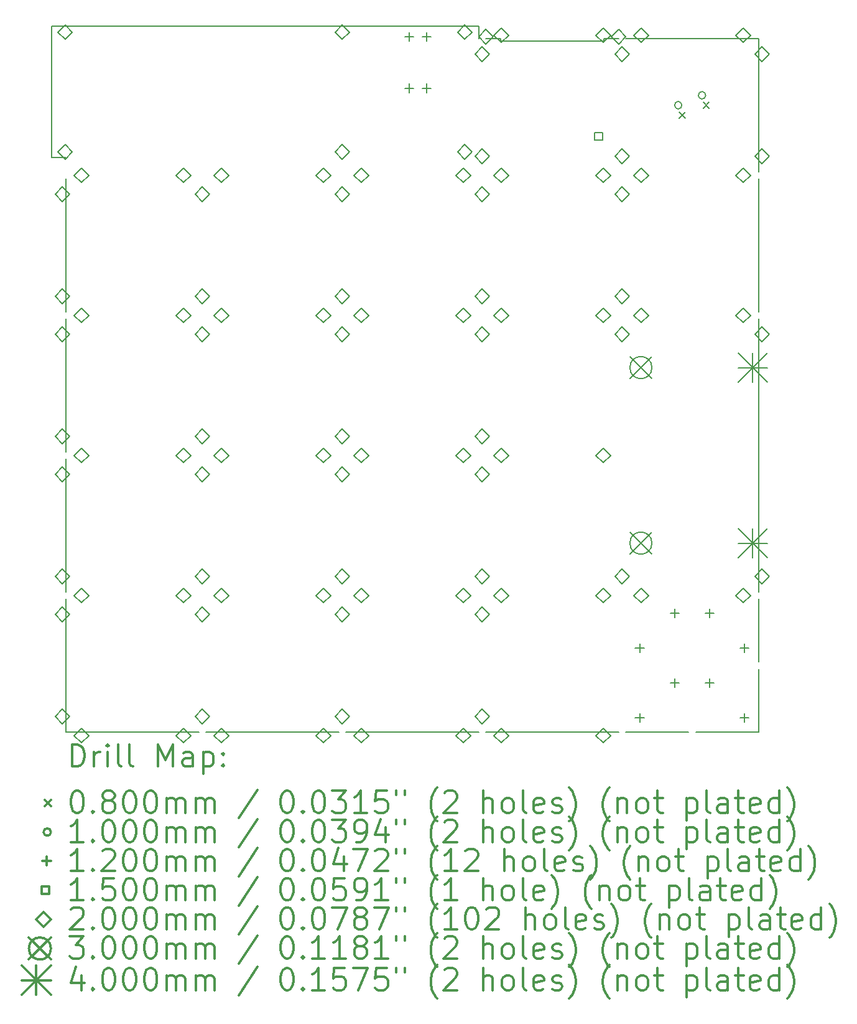
<source format=gbr>
%FSLAX45Y45*%
G04 Gerber Fmt 4.5, Leading zero omitted, Abs format (unit mm)*
G04 Created by KiCad (PCBNEW 5.1.12-84ad8e8a86~92~ubuntu20.04.1) date 2021-11-14 14:36:13*
%MOMM*%
%LPD*%
G01*
G04 APERTURE LIST*
%TA.AperFunction,Profile*%
%ADD10C,0.150000*%
%TD*%
%ADD11C,0.200000*%
%ADD12C,0.300000*%
G04 APERTURE END LIST*
D10*
X10174375Y-5765022D02*
X10174375Y-5797500D01*
X9971888Y-5765022D02*
X10174375Y-5765022D01*
X11574375Y-5765022D02*
X11574375Y-5797500D01*
X11776888Y-5765022D02*
X11574375Y-5765022D01*
X4256875Y-5595022D02*
X4056875Y-5595022D01*
X4256875Y-7380000D02*
X4056875Y-7380000D01*
X4256875Y-15190000D02*
X6061875Y-15190000D01*
X4256875Y-13385000D02*
X4256875Y-15190000D01*
X4256875Y-9575000D02*
X4256875Y-11380000D01*
X4256875Y-7670000D02*
X4256875Y-9475000D01*
X9871888Y-5595022D02*
X9871888Y-5765022D01*
X9871888Y-5595022D02*
X4256875Y-5595022D01*
X11574375Y-5797500D02*
X10174375Y-5797500D01*
X13681875Y-5765022D02*
X11876888Y-5765022D01*
X13681875Y-7570000D02*
X13681875Y-5765022D01*
X13681875Y-9475000D02*
X13681875Y-7670000D01*
X13681875Y-13285000D02*
X13681875Y-9575000D01*
X13681875Y-13385000D02*
X13681875Y-14237500D01*
X13681875Y-15190000D02*
X13681875Y-14337500D01*
X12829375Y-15190000D02*
X13681875Y-15190000D01*
X11876875Y-15190000D02*
X12729375Y-15190000D01*
X9971875Y-15190000D02*
X11776875Y-15190000D01*
X8066875Y-15190000D02*
X9871875Y-15190000D01*
X6161875Y-15190000D02*
X7966875Y-15190000D01*
X4256875Y-11480000D02*
X4256875Y-13285000D01*
X4056875Y-5595022D02*
X4056875Y-7380000D01*
D11*
X12605025Y-6761850D02*
X12685025Y-6841850D01*
X12685025Y-6761850D02*
X12605025Y-6841850D01*
X12929375Y-6627500D02*
X13009375Y-6707500D01*
X13009375Y-6627500D02*
X12929375Y-6707500D01*
X12639375Y-6667500D02*
G75*
G03*
X12639375Y-6667500I-50000J0D01*
G01*
X12963725Y-6533150D02*
G75*
G03*
X12963725Y-6533150I-50000J0D01*
G01*
X8929688Y-5674687D02*
X8929688Y-5794687D01*
X8869688Y-5734687D02*
X8989688Y-5734687D01*
X8929688Y-6374687D02*
X8929688Y-6494687D01*
X8869688Y-6434687D02*
X8989688Y-6434687D01*
X9167813Y-5674687D02*
X9167813Y-5794687D01*
X9107813Y-5734687D02*
X9227813Y-5734687D01*
X9167813Y-6374687D02*
X9167813Y-6494687D01*
X9107813Y-6434687D02*
X9227813Y-6434687D01*
X12065000Y-13989375D02*
X12065000Y-14109375D01*
X12005000Y-14049375D02*
X12125000Y-14049375D01*
X12065000Y-14941875D02*
X12065000Y-15061875D01*
X12005000Y-15001875D02*
X12125000Y-15001875D01*
X12541250Y-13513125D02*
X12541250Y-13633125D01*
X12481250Y-13573125D02*
X12601250Y-13573125D01*
X12541250Y-14465625D02*
X12541250Y-14585625D01*
X12481250Y-14525625D02*
X12601250Y-14525625D01*
X13017500Y-13513125D02*
X13017500Y-13633125D01*
X12957500Y-13573125D02*
X13077500Y-13573125D01*
X13017500Y-14465625D02*
X13017500Y-14585625D01*
X12957500Y-14525625D02*
X13077500Y-14525625D01*
X13493750Y-13989375D02*
X13493750Y-14109375D01*
X13433750Y-14049375D02*
X13553750Y-14049375D01*
X13493750Y-14941875D02*
X13493750Y-15061875D01*
X13433750Y-15001875D02*
X13553750Y-15001875D01*
X11557408Y-7145533D02*
X11557408Y-7039466D01*
X11451341Y-7039466D01*
X11451341Y-7145533D01*
X11557408Y-7145533D01*
X4206875Y-7980125D02*
X4306875Y-7880125D01*
X4206875Y-7780125D01*
X4106875Y-7880125D01*
X4206875Y-7980125D01*
X4206875Y-9364875D02*
X4306875Y-9264875D01*
X4206875Y-9164875D01*
X4106875Y-9264875D01*
X4206875Y-9364875D01*
X4206875Y-9885125D02*
X4306875Y-9785125D01*
X4206875Y-9685125D01*
X4106875Y-9785125D01*
X4206875Y-9885125D01*
X4206875Y-11269875D02*
X4306875Y-11169875D01*
X4206875Y-11069875D01*
X4106875Y-11169875D01*
X4206875Y-11269875D01*
X4206875Y-11790125D02*
X4306875Y-11690125D01*
X4206875Y-11590125D01*
X4106875Y-11690125D01*
X4206875Y-11790125D01*
X4206875Y-13174875D02*
X4306875Y-13074875D01*
X4206875Y-12974875D01*
X4106875Y-13074875D01*
X4206875Y-13174875D01*
X4206875Y-13695125D02*
X4306875Y-13595125D01*
X4206875Y-13495125D01*
X4106875Y-13595125D01*
X4206875Y-13695125D01*
X4206875Y-15079875D02*
X4306875Y-14979875D01*
X4206875Y-14879875D01*
X4106875Y-14979875D01*
X4206875Y-15079875D01*
X4241250Y-5773875D02*
X4341250Y-5673875D01*
X4241250Y-5573875D01*
X4141250Y-5673875D01*
X4241250Y-5773875D01*
X4241250Y-7401875D02*
X4341250Y-7301875D01*
X4241250Y-7201875D01*
X4141250Y-7301875D01*
X4241250Y-7401875D01*
X4467000Y-7720000D02*
X4567000Y-7620000D01*
X4467000Y-7520000D01*
X4367000Y-7620000D01*
X4467000Y-7720000D01*
X4467000Y-9625000D02*
X4567000Y-9525000D01*
X4467000Y-9425000D01*
X4367000Y-9525000D01*
X4467000Y-9625000D01*
X4467000Y-11530000D02*
X4567000Y-11430000D01*
X4467000Y-11330000D01*
X4367000Y-11430000D01*
X4467000Y-11530000D01*
X4467000Y-13435000D02*
X4567000Y-13335000D01*
X4467000Y-13235000D01*
X4367000Y-13335000D01*
X4467000Y-13435000D01*
X4467000Y-15340000D02*
X4567000Y-15240000D01*
X4467000Y-15140000D01*
X4367000Y-15240000D01*
X4467000Y-15340000D01*
X5851750Y-7720000D02*
X5951750Y-7620000D01*
X5851750Y-7520000D01*
X5751750Y-7620000D01*
X5851750Y-7720000D01*
X5851750Y-9625000D02*
X5951750Y-9525000D01*
X5851750Y-9425000D01*
X5751750Y-9525000D01*
X5851750Y-9625000D01*
X5851750Y-11530000D02*
X5951750Y-11430000D01*
X5851750Y-11330000D01*
X5751750Y-11430000D01*
X5851750Y-11530000D01*
X5851750Y-13435000D02*
X5951750Y-13335000D01*
X5851750Y-13235000D01*
X5751750Y-13335000D01*
X5851750Y-13435000D01*
X5851750Y-15340000D02*
X5951750Y-15240000D01*
X5851750Y-15140000D01*
X5751750Y-15240000D01*
X5851750Y-15340000D01*
X6111875Y-7980125D02*
X6211875Y-7880125D01*
X6111875Y-7780125D01*
X6011875Y-7880125D01*
X6111875Y-7980125D01*
X6111875Y-9364875D02*
X6211875Y-9264875D01*
X6111875Y-9164875D01*
X6011875Y-9264875D01*
X6111875Y-9364875D01*
X6111875Y-9885125D02*
X6211875Y-9785125D01*
X6111875Y-9685125D01*
X6011875Y-9785125D01*
X6111875Y-9885125D01*
X6111875Y-11269875D02*
X6211875Y-11169875D01*
X6111875Y-11069875D01*
X6011875Y-11169875D01*
X6111875Y-11269875D01*
X6111875Y-11790125D02*
X6211875Y-11690125D01*
X6111875Y-11590125D01*
X6011875Y-11690125D01*
X6111875Y-11790125D01*
X6111875Y-13174875D02*
X6211875Y-13074875D01*
X6111875Y-12974875D01*
X6011875Y-13074875D01*
X6111875Y-13174875D01*
X6111875Y-13695125D02*
X6211875Y-13595125D01*
X6111875Y-13495125D01*
X6011875Y-13595125D01*
X6111875Y-13695125D01*
X6111875Y-15079875D02*
X6211875Y-14979875D01*
X6111875Y-14879875D01*
X6011875Y-14979875D01*
X6111875Y-15079875D01*
X6372000Y-7720000D02*
X6472000Y-7620000D01*
X6372000Y-7520000D01*
X6272000Y-7620000D01*
X6372000Y-7720000D01*
X6372000Y-9625000D02*
X6472000Y-9525000D01*
X6372000Y-9425000D01*
X6272000Y-9525000D01*
X6372000Y-9625000D01*
X6372000Y-11530000D02*
X6472000Y-11430000D01*
X6372000Y-11330000D01*
X6272000Y-11430000D01*
X6372000Y-11530000D01*
X6372000Y-13435000D02*
X6472000Y-13335000D01*
X6372000Y-13235000D01*
X6272000Y-13335000D01*
X6372000Y-13435000D01*
X6372000Y-15340000D02*
X6472000Y-15240000D01*
X6372000Y-15140000D01*
X6272000Y-15240000D01*
X6372000Y-15340000D01*
X7756750Y-7720000D02*
X7856750Y-7620000D01*
X7756750Y-7520000D01*
X7656750Y-7620000D01*
X7756750Y-7720000D01*
X7756750Y-9625000D02*
X7856750Y-9525000D01*
X7756750Y-9425000D01*
X7656750Y-9525000D01*
X7756750Y-9625000D01*
X7756750Y-11530000D02*
X7856750Y-11430000D01*
X7756750Y-11330000D01*
X7656750Y-11430000D01*
X7756750Y-11530000D01*
X7756750Y-13435000D02*
X7856750Y-13335000D01*
X7756750Y-13235000D01*
X7656750Y-13335000D01*
X7756750Y-13435000D01*
X7756750Y-15340000D02*
X7856750Y-15240000D01*
X7756750Y-15140000D01*
X7656750Y-15240000D01*
X7756750Y-15340000D01*
X8016875Y-5773125D02*
X8116875Y-5673125D01*
X8016875Y-5573125D01*
X7916875Y-5673125D01*
X8016875Y-5773125D01*
X8016875Y-7401875D02*
X8116875Y-7301875D01*
X8016875Y-7201875D01*
X7916875Y-7301875D01*
X8016875Y-7401875D01*
X8016875Y-7980125D02*
X8116875Y-7880125D01*
X8016875Y-7780125D01*
X7916875Y-7880125D01*
X8016875Y-7980125D01*
X8016875Y-9364875D02*
X8116875Y-9264875D01*
X8016875Y-9164875D01*
X7916875Y-9264875D01*
X8016875Y-9364875D01*
X8016875Y-9885125D02*
X8116875Y-9785125D01*
X8016875Y-9685125D01*
X7916875Y-9785125D01*
X8016875Y-9885125D01*
X8016875Y-11269875D02*
X8116875Y-11169875D01*
X8016875Y-11069875D01*
X7916875Y-11169875D01*
X8016875Y-11269875D01*
X8016875Y-11790125D02*
X8116875Y-11690125D01*
X8016875Y-11590125D01*
X7916875Y-11690125D01*
X8016875Y-11790125D01*
X8016875Y-13174875D02*
X8116875Y-13074875D01*
X8016875Y-12974875D01*
X7916875Y-13074875D01*
X8016875Y-13174875D01*
X8016875Y-13695125D02*
X8116875Y-13595125D01*
X8016875Y-13495125D01*
X7916875Y-13595125D01*
X8016875Y-13695125D01*
X8016875Y-15079875D02*
X8116875Y-14979875D01*
X8016875Y-14879875D01*
X7916875Y-14979875D01*
X8016875Y-15079875D01*
X8277000Y-7720000D02*
X8377000Y-7620000D01*
X8277000Y-7520000D01*
X8177000Y-7620000D01*
X8277000Y-7720000D01*
X8277000Y-9625000D02*
X8377000Y-9525000D01*
X8277000Y-9425000D01*
X8177000Y-9525000D01*
X8277000Y-9625000D01*
X8277000Y-11530000D02*
X8377000Y-11430000D01*
X8277000Y-11330000D01*
X8177000Y-11430000D01*
X8277000Y-11530000D01*
X8277000Y-13435000D02*
X8377000Y-13335000D01*
X8277000Y-13235000D01*
X8177000Y-13335000D01*
X8277000Y-13435000D01*
X8277000Y-15340000D02*
X8377000Y-15240000D01*
X8277000Y-15140000D01*
X8177000Y-15240000D01*
X8277000Y-15340000D01*
X9661750Y-7720000D02*
X9761750Y-7620000D01*
X9661750Y-7520000D01*
X9561750Y-7620000D01*
X9661750Y-7720000D01*
X9661750Y-9625000D02*
X9761750Y-9525000D01*
X9661750Y-9425000D01*
X9561750Y-9525000D01*
X9661750Y-9625000D01*
X9661750Y-11530000D02*
X9761750Y-11430000D01*
X9661750Y-11330000D01*
X9561750Y-11430000D01*
X9661750Y-11530000D01*
X9661750Y-13435000D02*
X9761750Y-13335000D01*
X9661750Y-13235000D01*
X9561750Y-13335000D01*
X9661750Y-13435000D01*
X9661750Y-15340000D02*
X9761750Y-15240000D01*
X9661750Y-15140000D01*
X9561750Y-15240000D01*
X9661750Y-15340000D01*
X9683750Y-5773125D02*
X9783750Y-5673125D01*
X9683750Y-5573125D01*
X9583750Y-5673125D01*
X9683750Y-5773125D01*
X9683750Y-7401875D02*
X9783750Y-7301875D01*
X9683750Y-7201875D01*
X9583750Y-7301875D01*
X9683750Y-7401875D01*
X9921875Y-6075125D02*
X10021875Y-5975125D01*
X9921875Y-5875125D01*
X9821875Y-5975125D01*
X9921875Y-6075125D01*
X9921875Y-7459875D02*
X10021875Y-7359875D01*
X9921875Y-7259875D01*
X9821875Y-7359875D01*
X9921875Y-7459875D01*
X9921875Y-7980125D02*
X10021875Y-7880125D01*
X9921875Y-7780125D01*
X9821875Y-7880125D01*
X9921875Y-7980125D01*
X9921875Y-9364875D02*
X10021875Y-9264875D01*
X9921875Y-9164875D01*
X9821875Y-9264875D01*
X9921875Y-9364875D01*
X9921875Y-9885125D02*
X10021875Y-9785125D01*
X9921875Y-9685125D01*
X9821875Y-9785125D01*
X9921875Y-9885125D01*
X9921875Y-11269875D02*
X10021875Y-11169875D01*
X9921875Y-11069875D01*
X9821875Y-11169875D01*
X9921875Y-11269875D01*
X9921875Y-11790125D02*
X10021875Y-11690125D01*
X9921875Y-11590125D01*
X9821875Y-11690125D01*
X9921875Y-11790125D01*
X9921875Y-13174875D02*
X10021875Y-13074875D01*
X9921875Y-12974875D01*
X9821875Y-13074875D01*
X9921875Y-13174875D01*
X9921875Y-13695125D02*
X10021875Y-13595125D01*
X9921875Y-13495125D01*
X9821875Y-13595125D01*
X9921875Y-13695125D01*
X9921875Y-15079875D02*
X10021875Y-14979875D01*
X9921875Y-14879875D01*
X9821875Y-14979875D01*
X9921875Y-15079875D01*
X9971888Y-5835022D02*
X10071888Y-5735022D01*
X9971888Y-5635022D01*
X9871888Y-5735022D01*
X9971888Y-5835022D01*
X10182000Y-5815000D02*
X10282000Y-5715000D01*
X10182000Y-5615000D01*
X10082000Y-5715000D01*
X10182000Y-5815000D01*
X10182000Y-7720000D02*
X10282000Y-7620000D01*
X10182000Y-7520000D01*
X10082000Y-7620000D01*
X10182000Y-7720000D01*
X10182000Y-9625000D02*
X10282000Y-9525000D01*
X10182000Y-9425000D01*
X10082000Y-9525000D01*
X10182000Y-9625000D01*
X10182000Y-11530000D02*
X10282000Y-11430000D01*
X10182000Y-11330000D01*
X10082000Y-11430000D01*
X10182000Y-11530000D01*
X10182000Y-13435000D02*
X10282000Y-13335000D01*
X10182000Y-13235000D01*
X10082000Y-13335000D01*
X10182000Y-13435000D01*
X10182000Y-15340000D02*
X10282000Y-15240000D01*
X10182000Y-15140000D01*
X10082000Y-15240000D01*
X10182000Y-15340000D01*
X11566750Y-5815000D02*
X11666750Y-5715000D01*
X11566750Y-5615000D01*
X11466750Y-5715000D01*
X11566750Y-5815000D01*
X11566750Y-7720000D02*
X11666750Y-7620000D01*
X11566750Y-7520000D01*
X11466750Y-7620000D01*
X11566750Y-7720000D01*
X11566750Y-9625000D02*
X11666750Y-9525000D01*
X11566750Y-9425000D01*
X11466750Y-9525000D01*
X11566750Y-9625000D01*
X11566750Y-11530000D02*
X11666750Y-11430000D01*
X11566750Y-11330000D01*
X11466750Y-11430000D01*
X11566750Y-11530000D01*
X11566750Y-13435000D02*
X11666750Y-13335000D01*
X11566750Y-13235000D01*
X11466750Y-13335000D01*
X11566750Y-13435000D01*
X11566750Y-15340000D02*
X11666750Y-15240000D01*
X11566750Y-15140000D01*
X11466750Y-15240000D01*
X11566750Y-15340000D01*
X11776888Y-5835022D02*
X11876888Y-5735022D01*
X11776888Y-5635022D01*
X11676888Y-5735022D01*
X11776888Y-5835022D01*
X11826875Y-6075125D02*
X11926875Y-5975125D01*
X11826875Y-5875125D01*
X11726875Y-5975125D01*
X11826875Y-6075125D01*
X11826875Y-7459875D02*
X11926875Y-7359875D01*
X11826875Y-7259875D01*
X11726875Y-7359875D01*
X11826875Y-7459875D01*
X11826875Y-7980125D02*
X11926875Y-7880125D01*
X11826875Y-7780125D01*
X11726875Y-7880125D01*
X11826875Y-7980125D01*
X11826875Y-9364875D02*
X11926875Y-9264875D01*
X11826875Y-9164875D01*
X11726875Y-9264875D01*
X11826875Y-9364875D01*
X11826875Y-9885125D02*
X11926875Y-9785125D01*
X11826875Y-9685125D01*
X11726875Y-9785125D01*
X11826875Y-9885125D01*
X11826875Y-13174875D02*
X11926875Y-13074875D01*
X11826875Y-12974875D01*
X11726875Y-13074875D01*
X11826875Y-13174875D01*
X12087000Y-5815000D02*
X12187000Y-5715000D01*
X12087000Y-5615000D01*
X11987000Y-5715000D01*
X12087000Y-5815000D01*
X12087000Y-7720000D02*
X12187000Y-7620000D01*
X12087000Y-7520000D01*
X11987000Y-7620000D01*
X12087000Y-7720000D01*
X12087000Y-9625000D02*
X12187000Y-9525000D01*
X12087000Y-9425000D01*
X11987000Y-9525000D01*
X12087000Y-9625000D01*
X12087000Y-13435000D02*
X12187000Y-13335000D01*
X12087000Y-13235000D01*
X11987000Y-13335000D01*
X12087000Y-13435000D01*
X13471750Y-5815000D02*
X13571750Y-5715000D01*
X13471750Y-5615000D01*
X13371750Y-5715000D01*
X13471750Y-5815000D01*
X13471750Y-7720000D02*
X13571750Y-7620000D01*
X13471750Y-7520000D01*
X13371750Y-7620000D01*
X13471750Y-7720000D01*
X13471750Y-9625000D02*
X13571750Y-9525000D01*
X13471750Y-9425000D01*
X13371750Y-9525000D01*
X13471750Y-9625000D01*
X13471750Y-13435000D02*
X13571750Y-13335000D01*
X13471750Y-13235000D01*
X13371750Y-13335000D01*
X13471750Y-13435000D01*
X13731875Y-6075125D02*
X13831875Y-5975125D01*
X13731875Y-5875125D01*
X13631875Y-5975125D01*
X13731875Y-6075125D01*
X13731875Y-7459875D02*
X13831875Y-7359875D01*
X13731875Y-7259875D01*
X13631875Y-7359875D01*
X13731875Y-7459875D01*
X13731875Y-9885125D02*
X13831875Y-9785125D01*
X13731875Y-9685125D01*
X13631875Y-9785125D01*
X13731875Y-9885125D01*
X13731875Y-13174875D02*
X13831875Y-13074875D01*
X13731875Y-12974875D01*
X13631875Y-13074875D01*
X13731875Y-13174875D01*
X11930875Y-10086200D02*
X12230875Y-10386200D01*
X12230875Y-10086200D02*
X11930875Y-10386200D01*
X12230875Y-10236200D02*
G75*
G03*
X12230875Y-10236200I-150000J0D01*
G01*
X11930875Y-12473800D02*
X12230875Y-12773800D01*
X12230875Y-12473800D02*
X11930875Y-12773800D01*
X12230875Y-12623800D02*
G75*
G03*
X12230875Y-12623800I-150000J0D01*
G01*
X13404875Y-10036200D02*
X13804875Y-10436200D01*
X13804875Y-10036200D02*
X13404875Y-10436200D01*
X13604875Y-10036200D02*
X13604875Y-10436200D01*
X13404875Y-10236200D02*
X13804875Y-10236200D01*
X13404875Y-12423800D02*
X13804875Y-12823800D01*
X13804875Y-12423800D02*
X13404875Y-12823800D01*
X13604875Y-12423800D02*
X13604875Y-12823800D01*
X13404875Y-12623800D02*
X13804875Y-12623800D01*
D12*
X4335803Y-15663214D02*
X4335803Y-15363214D01*
X4407232Y-15363214D01*
X4450089Y-15377500D01*
X4478661Y-15406071D01*
X4492946Y-15434643D01*
X4507232Y-15491786D01*
X4507232Y-15534643D01*
X4492946Y-15591786D01*
X4478661Y-15620357D01*
X4450089Y-15648929D01*
X4407232Y-15663214D01*
X4335803Y-15663214D01*
X4635803Y-15663214D02*
X4635803Y-15463214D01*
X4635803Y-15520357D02*
X4650089Y-15491786D01*
X4664375Y-15477500D01*
X4692946Y-15463214D01*
X4721518Y-15463214D01*
X4821518Y-15663214D02*
X4821518Y-15463214D01*
X4821518Y-15363214D02*
X4807232Y-15377500D01*
X4821518Y-15391786D01*
X4835803Y-15377500D01*
X4821518Y-15363214D01*
X4821518Y-15391786D01*
X5007232Y-15663214D02*
X4978661Y-15648929D01*
X4964375Y-15620357D01*
X4964375Y-15363214D01*
X5164375Y-15663214D02*
X5135803Y-15648929D01*
X5121518Y-15620357D01*
X5121518Y-15363214D01*
X5507232Y-15663214D02*
X5507232Y-15363214D01*
X5607232Y-15577500D01*
X5707232Y-15363214D01*
X5707232Y-15663214D01*
X5978661Y-15663214D02*
X5978661Y-15506071D01*
X5964375Y-15477500D01*
X5935803Y-15463214D01*
X5878661Y-15463214D01*
X5850089Y-15477500D01*
X5978661Y-15648929D02*
X5950089Y-15663214D01*
X5878661Y-15663214D01*
X5850089Y-15648929D01*
X5835803Y-15620357D01*
X5835803Y-15591786D01*
X5850089Y-15563214D01*
X5878661Y-15548929D01*
X5950089Y-15548929D01*
X5978661Y-15534643D01*
X6121518Y-15463214D02*
X6121518Y-15763214D01*
X6121518Y-15477500D02*
X6150089Y-15463214D01*
X6207232Y-15463214D01*
X6235803Y-15477500D01*
X6250089Y-15491786D01*
X6264375Y-15520357D01*
X6264375Y-15606071D01*
X6250089Y-15634643D01*
X6235803Y-15648929D01*
X6207232Y-15663214D01*
X6150089Y-15663214D01*
X6121518Y-15648929D01*
X6392946Y-15634643D02*
X6407232Y-15648929D01*
X6392946Y-15663214D01*
X6378661Y-15648929D01*
X6392946Y-15634643D01*
X6392946Y-15663214D01*
X6392946Y-15477500D02*
X6407232Y-15491786D01*
X6392946Y-15506071D01*
X6378661Y-15491786D01*
X6392946Y-15477500D01*
X6392946Y-15506071D01*
X3969375Y-16117500D02*
X4049375Y-16197500D01*
X4049375Y-16117500D02*
X3969375Y-16197500D01*
X4392946Y-15993214D02*
X4421518Y-15993214D01*
X4450089Y-16007500D01*
X4464375Y-16021786D01*
X4478661Y-16050357D01*
X4492946Y-16107500D01*
X4492946Y-16178929D01*
X4478661Y-16236071D01*
X4464375Y-16264643D01*
X4450089Y-16278929D01*
X4421518Y-16293214D01*
X4392946Y-16293214D01*
X4364375Y-16278929D01*
X4350089Y-16264643D01*
X4335803Y-16236071D01*
X4321518Y-16178929D01*
X4321518Y-16107500D01*
X4335803Y-16050357D01*
X4350089Y-16021786D01*
X4364375Y-16007500D01*
X4392946Y-15993214D01*
X4621518Y-16264643D02*
X4635803Y-16278929D01*
X4621518Y-16293214D01*
X4607232Y-16278929D01*
X4621518Y-16264643D01*
X4621518Y-16293214D01*
X4807232Y-16121786D02*
X4778661Y-16107500D01*
X4764375Y-16093214D01*
X4750089Y-16064643D01*
X4750089Y-16050357D01*
X4764375Y-16021786D01*
X4778661Y-16007500D01*
X4807232Y-15993214D01*
X4864375Y-15993214D01*
X4892946Y-16007500D01*
X4907232Y-16021786D01*
X4921518Y-16050357D01*
X4921518Y-16064643D01*
X4907232Y-16093214D01*
X4892946Y-16107500D01*
X4864375Y-16121786D01*
X4807232Y-16121786D01*
X4778661Y-16136071D01*
X4764375Y-16150357D01*
X4750089Y-16178929D01*
X4750089Y-16236071D01*
X4764375Y-16264643D01*
X4778661Y-16278929D01*
X4807232Y-16293214D01*
X4864375Y-16293214D01*
X4892946Y-16278929D01*
X4907232Y-16264643D01*
X4921518Y-16236071D01*
X4921518Y-16178929D01*
X4907232Y-16150357D01*
X4892946Y-16136071D01*
X4864375Y-16121786D01*
X5107232Y-15993214D02*
X5135803Y-15993214D01*
X5164375Y-16007500D01*
X5178661Y-16021786D01*
X5192946Y-16050357D01*
X5207232Y-16107500D01*
X5207232Y-16178929D01*
X5192946Y-16236071D01*
X5178661Y-16264643D01*
X5164375Y-16278929D01*
X5135803Y-16293214D01*
X5107232Y-16293214D01*
X5078661Y-16278929D01*
X5064375Y-16264643D01*
X5050089Y-16236071D01*
X5035803Y-16178929D01*
X5035803Y-16107500D01*
X5050089Y-16050357D01*
X5064375Y-16021786D01*
X5078661Y-16007500D01*
X5107232Y-15993214D01*
X5392946Y-15993214D02*
X5421518Y-15993214D01*
X5450089Y-16007500D01*
X5464375Y-16021786D01*
X5478661Y-16050357D01*
X5492946Y-16107500D01*
X5492946Y-16178929D01*
X5478661Y-16236071D01*
X5464375Y-16264643D01*
X5450089Y-16278929D01*
X5421518Y-16293214D01*
X5392946Y-16293214D01*
X5364375Y-16278929D01*
X5350089Y-16264643D01*
X5335803Y-16236071D01*
X5321518Y-16178929D01*
X5321518Y-16107500D01*
X5335803Y-16050357D01*
X5350089Y-16021786D01*
X5364375Y-16007500D01*
X5392946Y-15993214D01*
X5621518Y-16293214D02*
X5621518Y-16093214D01*
X5621518Y-16121786D02*
X5635803Y-16107500D01*
X5664375Y-16093214D01*
X5707232Y-16093214D01*
X5735803Y-16107500D01*
X5750089Y-16136071D01*
X5750089Y-16293214D01*
X5750089Y-16136071D02*
X5764375Y-16107500D01*
X5792946Y-16093214D01*
X5835803Y-16093214D01*
X5864375Y-16107500D01*
X5878661Y-16136071D01*
X5878661Y-16293214D01*
X6021518Y-16293214D02*
X6021518Y-16093214D01*
X6021518Y-16121786D02*
X6035803Y-16107500D01*
X6064375Y-16093214D01*
X6107232Y-16093214D01*
X6135803Y-16107500D01*
X6150089Y-16136071D01*
X6150089Y-16293214D01*
X6150089Y-16136071D02*
X6164375Y-16107500D01*
X6192946Y-16093214D01*
X6235803Y-16093214D01*
X6264375Y-16107500D01*
X6278661Y-16136071D01*
X6278661Y-16293214D01*
X6864375Y-15978929D02*
X6607232Y-16364643D01*
X7250089Y-15993214D02*
X7278661Y-15993214D01*
X7307232Y-16007500D01*
X7321518Y-16021786D01*
X7335803Y-16050357D01*
X7350089Y-16107500D01*
X7350089Y-16178929D01*
X7335803Y-16236071D01*
X7321518Y-16264643D01*
X7307232Y-16278929D01*
X7278661Y-16293214D01*
X7250089Y-16293214D01*
X7221518Y-16278929D01*
X7207232Y-16264643D01*
X7192946Y-16236071D01*
X7178661Y-16178929D01*
X7178661Y-16107500D01*
X7192946Y-16050357D01*
X7207232Y-16021786D01*
X7221518Y-16007500D01*
X7250089Y-15993214D01*
X7478661Y-16264643D02*
X7492946Y-16278929D01*
X7478661Y-16293214D01*
X7464375Y-16278929D01*
X7478661Y-16264643D01*
X7478661Y-16293214D01*
X7678661Y-15993214D02*
X7707232Y-15993214D01*
X7735803Y-16007500D01*
X7750089Y-16021786D01*
X7764375Y-16050357D01*
X7778661Y-16107500D01*
X7778661Y-16178929D01*
X7764375Y-16236071D01*
X7750089Y-16264643D01*
X7735803Y-16278929D01*
X7707232Y-16293214D01*
X7678661Y-16293214D01*
X7650089Y-16278929D01*
X7635803Y-16264643D01*
X7621518Y-16236071D01*
X7607232Y-16178929D01*
X7607232Y-16107500D01*
X7621518Y-16050357D01*
X7635803Y-16021786D01*
X7650089Y-16007500D01*
X7678661Y-15993214D01*
X7878661Y-15993214D02*
X8064375Y-15993214D01*
X7964375Y-16107500D01*
X8007232Y-16107500D01*
X8035803Y-16121786D01*
X8050089Y-16136071D01*
X8064375Y-16164643D01*
X8064375Y-16236071D01*
X8050089Y-16264643D01*
X8035803Y-16278929D01*
X8007232Y-16293214D01*
X7921518Y-16293214D01*
X7892946Y-16278929D01*
X7878661Y-16264643D01*
X8350089Y-16293214D02*
X8178661Y-16293214D01*
X8264375Y-16293214D02*
X8264375Y-15993214D01*
X8235803Y-16036071D01*
X8207232Y-16064643D01*
X8178661Y-16078929D01*
X8621518Y-15993214D02*
X8478661Y-15993214D01*
X8464375Y-16136071D01*
X8478661Y-16121786D01*
X8507232Y-16107500D01*
X8578661Y-16107500D01*
X8607232Y-16121786D01*
X8621518Y-16136071D01*
X8635803Y-16164643D01*
X8635803Y-16236071D01*
X8621518Y-16264643D01*
X8607232Y-16278929D01*
X8578661Y-16293214D01*
X8507232Y-16293214D01*
X8478661Y-16278929D01*
X8464375Y-16264643D01*
X8750089Y-15993214D02*
X8750089Y-16050357D01*
X8864375Y-15993214D02*
X8864375Y-16050357D01*
X9307232Y-16407500D02*
X9292946Y-16393214D01*
X9264375Y-16350357D01*
X9250089Y-16321786D01*
X9235803Y-16278929D01*
X9221518Y-16207500D01*
X9221518Y-16150357D01*
X9235803Y-16078929D01*
X9250089Y-16036071D01*
X9264375Y-16007500D01*
X9292946Y-15964643D01*
X9307232Y-15950357D01*
X9407232Y-16021786D02*
X9421518Y-16007500D01*
X9450089Y-15993214D01*
X9521518Y-15993214D01*
X9550089Y-16007500D01*
X9564375Y-16021786D01*
X9578661Y-16050357D01*
X9578661Y-16078929D01*
X9564375Y-16121786D01*
X9392946Y-16293214D01*
X9578661Y-16293214D01*
X9935803Y-16293214D02*
X9935803Y-15993214D01*
X10064375Y-16293214D02*
X10064375Y-16136071D01*
X10050089Y-16107500D01*
X10021518Y-16093214D01*
X9978661Y-16093214D01*
X9950089Y-16107500D01*
X9935803Y-16121786D01*
X10250089Y-16293214D02*
X10221518Y-16278929D01*
X10207232Y-16264643D01*
X10192946Y-16236071D01*
X10192946Y-16150357D01*
X10207232Y-16121786D01*
X10221518Y-16107500D01*
X10250089Y-16093214D01*
X10292946Y-16093214D01*
X10321518Y-16107500D01*
X10335803Y-16121786D01*
X10350089Y-16150357D01*
X10350089Y-16236071D01*
X10335803Y-16264643D01*
X10321518Y-16278929D01*
X10292946Y-16293214D01*
X10250089Y-16293214D01*
X10521518Y-16293214D02*
X10492946Y-16278929D01*
X10478661Y-16250357D01*
X10478661Y-15993214D01*
X10750089Y-16278929D02*
X10721518Y-16293214D01*
X10664375Y-16293214D01*
X10635803Y-16278929D01*
X10621518Y-16250357D01*
X10621518Y-16136071D01*
X10635803Y-16107500D01*
X10664375Y-16093214D01*
X10721518Y-16093214D01*
X10750089Y-16107500D01*
X10764375Y-16136071D01*
X10764375Y-16164643D01*
X10621518Y-16193214D01*
X10878661Y-16278929D02*
X10907232Y-16293214D01*
X10964375Y-16293214D01*
X10992946Y-16278929D01*
X11007232Y-16250357D01*
X11007232Y-16236071D01*
X10992946Y-16207500D01*
X10964375Y-16193214D01*
X10921518Y-16193214D01*
X10892946Y-16178929D01*
X10878661Y-16150357D01*
X10878661Y-16136071D01*
X10892946Y-16107500D01*
X10921518Y-16093214D01*
X10964375Y-16093214D01*
X10992946Y-16107500D01*
X11107232Y-16407500D02*
X11121518Y-16393214D01*
X11150089Y-16350357D01*
X11164375Y-16321786D01*
X11178661Y-16278929D01*
X11192946Y-16207500D01*
X11192946Y-16150357D01*
X11178661Y-16078929D01*
X11164375Y-16036071D01*
X11150089Y-16007500D01*
X11121518Y-15964643D01*
X11107232Y-15950357D01*
X11650089Y-16407500D02*
X11635803Y-16393214D01*
X11607232Y-16350357D01*
X11592946Y-16321786D01*
X11578661Y-16278929D01*
X11564375Y-16207500D01*
X11564375Y-16150357D01*
X11578661Y-16078929D01*
X11592946Y-16036071D01*
X11607232Y-16007500D01*
X11635803Y-15964643D01*
X11650089Y-15950357D01*
X11764375Y-16093214D02*
X11764375Y-16293214D01*
X11764375Y-16121786D02*
X11778661Y-16107500D01*
X11807232Y-16093214D01*
X11850089Y-16093214D01*
X11878661Y-16107500D01*
X11892946Y-16136071D01*
X11892946Y-16293214D01*
X12078661Y-16293214D02*
X12050089Y-16278929D01*
X12035803Y-16264643D01*
X12021518Y-16236071D01*
X12021518Y-16150357D01*
X12035803Y-16121786D01*
X12050089Y-16107500D01*
X12078661Y-16093214D01*
X12121518Y-16093214D01*
X12150089Y-16107500D01*
X12164375Y-16121786D01*
X12178661Y-16150357D01*
X12178661Y-16236071D01*
X12164375Y-16264643D01*
X12150089Y-16278929D01*
X12121518Y-16293214D01*
X12078661Y-16293214D01*
X12264375Y-16093214D02*
X12378661Y-16093214D01*
X12307232Y-15993214D02*
X12307232Y-16250357D01*
X12321518Y-16278929D01*
X12350089Y-16293214D01*
X12378661Y-16293214D01*
X12707232Y-16093214D02*
X12707232Y-16393214D01*
X12707232Y-16107500D02*
X12735803Y-16093214D01*
X12792946Y-16093214D01*
X12821518Y-16107500D01*
X12835803Y-16121786D01*
X12850089Y-16150357D01*
X12850089Y-16236071D01*
X12835803Y-16264643D01*
X12821518Y-16278929D01*
X12792946Y-16293214D01*
X12735803Y-16293214D01*
X12707232Y-16278929D01*
X13021518Y-16293214D02*
X12992946Y-16278929D01*
X12978661Y-16250357D01*
X12978661Y-15993214D01*
X13264375Y-16293214D02*
X13264375Y-16136071D01*
X13250089Y-16107500D01*
X13221518Y-16093214D01*
X13164375Y-16093214D01*
X13135803Y-16107500D01*
X13264375Y-16278929D02*
X13235803Y-16293214D01*
X13164375Y-16293214D01*
X13135803Y-16278929D01*
X13121518Y-16250357D01*
X13121518Y-16221786D01*
X13135803Y-16193214D01*
X13164375Y-16178929D01*
X13235803Y-16178929D01*
X13264375Y-16164643D01*
X13364375Y-16093214D02*
X13478661Y-16093214D01*
X13407232Y-15993214D02*
X13407232Y-16250357D01*
X13421518Y-16278929D01*
X13450089Y-16293214D01*
X13478661Y-16293214D01*
X13692946Y-16278929D02*
X13664375Y-16293214D01*
X13607232Y-16293214D01*
X13578661Y-16278929D01*
X13564375Y-16250357D01*
X13564375Y-16136071D01*
X13578661Y-16107500D01*
X13607232Y-16093214D01*
X13664375Y-16093214D01*
X13692946Y-16107500D01*
X13707232Y-16136071D01*
X13707232Y-16164643D01*
X13564375Y-16193214D01*
X13964375Y-16293214D02*
X13964375Y-15993214D01*
X13964375Y-16278929D02*
X13935803Y-16293214D01*
X13878661Y-16293214D01*
X13850089Y-16278929D01*
X13835803Y-16264643D01*
X13821518Y-16236071D01*
X13821518Y-16150357D01*
X13835803Y-16121786D01*
X13850089Y-16107500D01*
X13878661Y-16093214D01*
X13935803Y-16093214D01*
X13964375Y-16107500D01*
X14078661Y-16407500D02*
X14092946Y-16393214D01*
X14121518Y-16350357D01*
X14135803Y-16321786D01*
X14150089Y-16278929D01*
X14164375Y-16207500D01*
X14164375Y-16150357D01*
X14150089Y-16078929D01*
X14135803Y-16036071D01*
X14121518Y-16007500D01*
X14092946Y-15964643D01*
X14078661Y-15950357D01*
X4049375Y-16553500D02*
G75*
G03*
X4049375Y-16553500I-50000J0D01*
G01*
X4492946Y-16689214D02*
X4321518Y-16689214D01*
X4407232Y-16689214D02*
X4407232Y-16389214D01*
X4378661Y-16432071D01*
X4350089Y-16460643D01*
X4321518Y-16474929D01*
X4621518Y-16660643D02*
X4635803Y-16674929D01*
X4621518Y-16689214D01*
X4607232Y-16674929D01*
X4621518Y-16660643D01*
X4621518Y-16689214D01*
X4821518Y-16389214D02*
X4850089Y-16389214D01*
X4878661Y-16403500D01*
X4892946Y-16417786D01*
X4907232Y-16446357D01*
X4921518Y-16503500D01*
X4921518Y-16574929D01*
X4907232Y-16632071D01*
X4892946Y-16660643D01*
X4878661Y-16674929D01*
X4850089Y-16689214D01*
X4821518Y-16689214D01*
X4792946Y-16674929D01*
X4778661Y-16660643D01*
X4764375Y-16632071D01*
X4750089Y-16574929D01*
X4750089Y-16503500D01*
X4764375Y-16446357D01*
X4778661Y-16417786D01*
X4792946Y-16403500D01*
X4821518Y-16389214D01*
X5107232Y-16389214D02*
X5135803Y-16389214D01*
X5164375Y-16403500D01*
X5178661Y-16417786D01*
X5192946Y-16446357D01*
X5207232Y-16503500D01*
X5207232Y-16574929D01*
X5192946Y-16632071D01*
X5178661Y-16660643D01*
X5164375Y-16674929D01*
X5135803Y-16689214D01*
X5107232Y-16689214D01*
X5078661Y-16674929D01*
X5064375Y-16660643D01*
X5050089Y-16632071D01*
X5035803Y-16574929D01*
X5035803Y-16503500D01*
X5050089Y-16446357D01*
X5064375Y-16417786D01*
X5078661Y-16403500D01*
X5107232Y-16389214D01*
X5392946Y-16389214D02*
X5421518Y-16389214D01*
X5450089Y-16403500D01*
X5464375Y-16417786D01*
X5478661Y-16446357D01*
X5492946Y-16503500D01*
X5492946Y-16574929D01*
X5478661Y-16632071D01*
X5464375Y-16660643D01*
X5450089Y-16674929D01*
X5421518Y-16689214D01*
X5392946Y-16689214D01*
X5364375Y-16674929D01*
X5350089Y-16660643D01*
X5335803Y-16632071D01*
X5321518Y-16574929D01*
X5321518Y-16503500D01*
X5335803Y-16446357D01*
X5350089Y-16417786D01*
X5364375Y-16403500D01*
X5392946Y-16389214D01*
X5621518Y-16689214D02*
X5621518Y-16489214D01*
X5621518Y-16517786D02*
X5635803Y-16503500D01*
X5664375Y-16489214D01*
X5707232Y-16489214D01*
X5735803Y-16503500D01*
X5750089Y-16532071D01*
X5750089Y-16689214D01*
X5750089Y-16532071D02*
X5764375Y-16503500D01*
X5792946Y-16489214D01*
X5835803Y-16489214D01*
X5864375Y-16503500D01*
X5878661Y-16532071D01*
X5878661Y-16689214D01*
X6021518Y-16689214D02*
X6021518Y-16489214D01*
X6021518Y-16517786D02*
X6035803Y-16503500D01*
X6064375Y-16489214D01*
X6107232Y-16489214D01*
X6135803Y-16503500D01*
X6150089Y-16532071D01*
X6150089Y-16689214D01*
X6150089Y-16532071D02*
X6164375Y-16503500D01*
X6192946Y-16489214D01*
X6235803Y-16489214D01*
X6264375Y-16503500D01*
X6278661Y-16532071D01*
X6278661Y-16689214D01*
X6864375Y-16374929D02*
X6607232Y-16760643D01*
X7250089Y-16389214D02*
X7278661Y-16389214D01*
X7307232Y-16403500D01*
X7321518Y-16417786D01*
X7335803Y-16446357D01*
X7350089Y-16503500D01*
X7350089Y-16574929D01*
X7335803Y-16632071D01*
X7321518Y-16660643D01*
X7307232Y-16674929D01*
X7278661Y-16689214D01*
X7250089Y-16689214D01*
X7221518Y-16674929D01*
X7207232Y-16660643D01*
X7192946Y-16632071D01*
X7178661Y-16574929D01*
X7178661Y-16503500D01*
X7192946Y-16446357D01*
X7207232Y-16417786D01*
X7221518Y-16403500D01*
X7250089Y-16389214D01*
X7478661Y-16660643D02*
X7492946Y-16674929D01*
X7478661Y-16689214D01*
X7464375Y-16674929D01*
X7478661Y-16660643D01*
X7478661Y-16689214D01*
X7678661Y-16389214D02*
X7707232Y-16389214D01*
X7735803Y-16403500D01*
X7750089Y-16417786D01*
X7764375Y-16446357D01*
X7778661Y-16503500D01*
X7778661Y-16574929D01*
X7764375Y-16632071D01*
X7750089Y-16660643D01*
X7735803Y-16674929D01*
X7707232Y-16689214D01*
X7678661Y-16689214D01*
X7650089Y-16674929D01*
X7635803Y-16660643D01*
X7621518Y-16632071D01*
X7607232Y-16574929D01*
X7607232Y-16503500D01*
X7621518Y-16446357D01*
X7635803Y-16417786D01*
X7650089Y-16403500D01*
X7678661Y-16389214D01*
X7878661Y-16389214D02*
X8064375Y-16389214D01*
X7964375Y-16503500D01*
X8007232Y-16503500D01*
X8035803Y-16517786D01*
X8050089Y-16532071D01*
X8064375Y-16560643D01*
X8064375Y-16632071D01*
X8050089Y-16660643D01*
X8035803Y-16674929D01*
X8007232Y-16689214D01*
X7921518Y-16689214D01*
X7892946Y-16674929D01*
X7878661Y-16660643D01*
X8207232Y-16689214D02*
X8264375Y-16689214D01*
X8292946Y-16674929D01*
X8307232Y-16660643D01*
X8335803Y-16617786D01*
X8350089Y-16560643D01*
X8350089Y-16446357D01*
X8335803Y-16417786D01*
X8321518Y-16403500D01*
X8292946Y-16389214D01*
X8235803Y-16389214D01*
X8207232Y-16403500D01*
X8192946Y-16417786D01*
X8178661Y-16446357D01*
X8178661Y-16517786D01*
X8192946Y-16546357D01*
X8207232Y-16560643D01*
X8235803Y-16574929D01*
X8292946Y-16574929D01*
X8321518Y-16560643D01*
X8335803Y-16546357D01*
X8350089Y-16517786D01*
X8607232Y-16489214D02*
X8607232Y-16689214D01*
X8535803Y-16374929D02*
X8464375Y-16589214D01*
X8650089Y-16589214D01*
X8750089Y-16389214D02*
X8750089Y-16446357D01*
X8864375Y-16389214D02*
X8864375Y-16446357D01*
X9307232Y-16803500D02*
X9292946Y-16789214D01*
X9264375Y-16746357D01*
X9250089Y-16717786D01*
X9235803Y-16674929D01*
X9221518Y-16603500D01*
X9221518Y-16546357D01*
X9235803Y-16474929D01*
X9250089Y-16432071D01*
X9264375Y-16403500D01*
X9292946Y-16360643D01*
X9307232Y-16346357D01*
X9407232Y-16417786D02*
X9421518Y-16403500D01*
X9450089Y-16389214D01*
X9521518Y-16389214D01*
X9550089Y-16403500D01*
X9564375Y-16417786D01*
X9578661Y-16446357D01*
X9578661Y-16474929D01*
X9564375Y-16517786D01*
X9392946Y-16689214D01*
X9578661Y-16689214D01*
X9935803Y-16689214D02*
X9935803Y-16389214D01*
X10064375Y-16689214D02*
X10064375Y-16532071D01*
X10050089Y-16503500D01*
X10021518Y-16489214D01*
X9978661Y-16489214D01*
X9950089Y-16503500D01*
X9935803Y-16517786D01*
X10250089Y-16689214D02*
X10221518Y-16674929D01*
X10207232Y-16660643D01*
X10192946Y-16632071D01*
X10192946Y-16546357D01*
X10207232Y-16517786D01*
X10221518Y-16503500D01*
X10250089Y-16489214D01*
X10292946Y-16489214D01*
X10321518Y-16503500D01*
X10335803Y-16517786D01*
X10350089Y-16546357D01*
X10350089Y-16632071D01*
X10335803Y-16660643D01*
X10321518Y-16674929D01*
X10292946Y-16689214D01*
X10250089Y-16689214D01*
X10521518Y-16689214D02*
X10492946Y-16674929D01*
X10478661Y-16646357D01*
X10478661Y-16389214D01*
X10750089Y-16674929D02*
X10721518Y-16689214D01*
X10664375Y-16689214D01*
X10635803Y-16674929D01*
X10621518Y-16646357D01*
X10621518Y-16532071D01*
X10635803Y-16503500D01*
X10664375Y-16489214D01*
X10721518Y-16489214D01*
X10750089Y-16503500D01*
X10764375Y-16532071D01*
X10764375Y-16560643D01*
X10621518Y-16589214D01*
X10878661Y-16674929D02*
X10907232Y-16689214D01*
X10964375Y-16689214D01*
X10992946Y-16674929D01*
X11007232Y-16646357D01*
X11007232Y-16632071D01*
X10992946Y-16603500D01*
X10964375Y-16589214D01*
X10921518Y-16589214D01*
X10892946Y-16574929D01*
X10878661Y-16546357D01*
X10878661Y-16532071D01*
X10892946Y-16503500D01*
X10921518Y-16489214D01*
X10964375Y-16489214D01*
X10992946Y-16503500D01*
X11107232Y-16803500D02*
X11121518Y-16789214D01*
X11150089Y-16746357D01*
X11164375Y-16717786D01*
X11178661Y-16674929D01*
X11192946Y-16603500D01*
X11192946Y-16546357D01*
X11178661Y-16474929D01*
X11164375Y-16432071D01*
X11150089Y-16403500D01*
X11121518Y-16360643D01*
X11107232Y-16346357D01*
X11650089Y-16803500D02*
X11635803Y-16789214D01*
X11607232Y-16746357D01*
X11592946Y-16717786D01*
X11578661Y-16674929D01*
X11564375Y-16603500D01*
X11564375Y-16546357D01*
X11578661Y-16474929D01*
X11592946Y-16432071D01*
X11607232Y-16403500D01*
X11635803Y-16360643D01*
X11650089Y-16346357D01*
X11764375Y-16489214D02*
X11764375Y-16689214D01*
X11764375Y-16517786D02*
X11778661Y-16503500D01*
X11807232Y-16489214D01*
X11850089Y-16489214D01*
X11878661Y-16503500D01*
X11892946Y-16532071D01*
X11892946Y-16689214D01*
X12078661Y-16689214D02*
X12050089Y-16674929D01*
X12035803Y-16660643D01*
X12021518Y-16632071D01*
X12021518Y-16546357D01*
X12035803Y-16517786D01*
X12050089Y-16503500D01*
X12078661Y-16489214D01*
X12121518Y-16489214D01*
X12150089Y-16503500D01*
X12164375Y-16517786D01*
X12178661Y-16546357D01*
X12178661Y-16632071D01*
X12164375Y-16660643D01*
X12150089Y-16674929D01*
X12121518Y-16689214D01*
X12078661Y-16689214D01*
X12264375Y-16489214D02*
X12378661Y-16489214D01*
X12307232Y-16389214D02*
X12307232Y-16646357D01*
X12321518Y-16674929D01*
X12350089Y-16689214D01*
X12378661Y-16689214D01*
X12707232Y-16489214D02*
X12707232Y-16789214D01*
X12707232Y-16503500D02*
X12735803Y-16489214D01*
X12792946Y-16489214D01*
X12821518Y-16503500D01*
X12835803Y-16517786D01*
X12850089Y-16546357D01*
X12850089Y-16632071D01*
X12835803Y-16660643D01*
X12821518Y-16674929D01*
X12792946Y-16689214D01*
X12735803Y-16689214D01*
X12707232Y-16674929D01*
X13021518Y-16689214D02*
X12992946Y-16674929D01*
X12978661Y-16646357D01*
X12978661Y-16389214D01*
X13264375Y-16689214D02*
X13264375Y-16532071D01*
X13250089Y-16503500D01*
X13221518Y-16489214D01*
X13164375Y-16489214D01*
X13135803Y-16503500D01*
X13264375Y-16674929D02*
X13235803Y-16689214D01*
X13164375Y-16689214D01*
X13135803Y-16674929D01*
X13121518Y-16646357D01*
X13121518Y-16617786D01*
X13135803Y-16589214D01*
X13164375Y-16574929D01*
X13235803Y-16574929D01*
X13264375Y-16560643D01*
X13364375Y-16489214D02*
X13478661Y-16489214D01*
X13407232Y-16389214D02*
X13407232Y-16646357D01*
X13421518Y-16674929D01*
X13450089Y-16689214D01*
X13478661Y-16689214D01*
X13692946Y-16674929D02*
X13664375Y-16689214D01*
X13607232Y-16689214D01*
X13578661Y-16674929D01*
X13564375Y-16646357D01*
X13564375Y-16532071D01*
X13578661Y-16503500D01*
X13607232Y-16489214D01*
X13664375Y-16489214D01*
X13692946Y-16503500D01*
X13707232Y-16532071D01*
X13707232Y-16560643D01*
X13564375Y-16589214D01*
X13964375Y-16689214D02*
X13964375Y-16389214D01*
X13964375Y-16674929D02*
X13935803Y-16689214D01*
X13878661Y-16689214D01*
X13850089Y-16674929D01*
X13835803Y-16660643D01*
X13821518Y-16632071D01*
X13821518Y-16546357D01*
X13835803Y-16517786D01*
X13850089Y-16503500D01*
X13878661Y-16489214D01*
X13935803Y-16489214D01*
X13964375Y-16503500D01*
X14078661Y-16803500D02*
X14092946Y-16789214D01*
X14121518Y-16746357D01*
X14135803Y-16717786D01*
X14150089Y-16674929D01*
X14164375Y-16603500D01*
X14164375Y-16546357D01*
X14150089Y-16474929D01*
X14135803Y-16432071D01*
X14121518Y-16403500D01*
X14092946Y-16360643D01*
X14078661Y-16346357D01*
X3989375Y-16889500D02*
X3989375Y-17009500D01*
X3929375Y-16949500D02*
X4049375Y-16949500D01*
X4492946Y-17085214D02*
X4321518Y-17085214D01*
X4407232Y-17085214D02*
X4407232Y-16785214D01*
X4378661Y-16828072D01*
X4350089Y-16856643D01*
X4321518Y-16870929D01*
X4621518Y-17056643D02*
X4635803Y-17070929D01*
X4621518Y-17085214D01*
X4607232Y-17070929D01*
X4621518Y-17056643D01*
X4621518Y-17085214D01*
X4750089Y-16813786D02*
X4764375Y-16799500D01*
X4792946Y-16785214D01*
X4864375Y-16785214D01*
X4892946Y-16799500D01*
X4907232Y-16813786D01*
X4921518Y-16842357D01*
X4921518Y-16870929D01*
X4907232Y-16913786D01*
X4735803Y-17085214D01*
X4921518Y-17085214D01*
X5107232Y-16785214D02*
X5135803Y-16785214D01*
X5164375Y-16799500D01*
X5178661Y-16813786D01*
X5192946Y-16842357D01*
X5207232Y-16899500D01*
X5207232Y-16970929D01*
X5192946Y-17028072D01*
X5178661Y-17056643D01*
X5164375Y-17070929D01*
X5135803Y-17085214D01*
X5107232Y-17085214D01*
X5078661Y-17070929D01*
X5064375Y-17056643D01*
X5050089Y-17028072D01*
X5035803Y-16970929D01*
X5035803Y-16899500D01*
X5050089Y-16842357D01*
X5064375Y-16813786D01*
X5078661Y-16799500D01*
X5107232Y-16785214D01*
X5392946Y-16785214D02*
X5421518Y-16785214D01*
X5450089Y-16799500D01*
X5464375Y-16813786D01*
X5478661Y-16842357D01*
X5492946Y-16899500D01*
X5492946Y-16970929D01*
X5478661Y-17028072D01*
X5464375Y-17056643D01*
X5450089Y-17070929D01*
X5421518Y-17085214D01*
X5392946Y-17085214D01*
X5364375Y-17070929D01*
X5350089Y-17056643D01*
X5335803Y-17028072D01*
X5321518Y-16970929D01*
X5321518Y-16899500D01*
X5335803Y-16842357D01*
X5350089Y-16813786D01*
X5364375Y-16799500D01*
X5392946Y-16785214D01*
X5621518Y-17085214D02*
X5621518Y-16885214D01*
X5621518Y-16913786D02*
X5635803Y-16899500D01*
X5664375Y-16885214D01*
X5707232Y-16885214D01*
X5735803Y-16899500D01*
X5750089Y-16928072D01*
X5750089Y-17085214D01*
X5750089Y-16928072D02*
X5764375Y-16899500D01*
X5792946Y-16885214D01*
X5835803Y-16885214D01*
X5864375Y-16899500D01*
X5878661Y-16928072D01*
X5878661Y-17085214D01*
X6021518Y-17085214D02*
X6021518Y-16885214D01*
X6021518Y-16913786D02*
X6035803Y-16899500D01*
X6064375Y-16885214D01*
X6107232Y-16885214D01*
X6135803Y-16899500D01*
X6150089Y-16928072D01*
X6150089Y-17085214D01*
X6150089Y-16928072D02*
X6164375Y-16899500D01*
X6192946Y-16885214D01*
X6235803Y-16885214D01*
X6264375Y-16899500D01*
X6278661Y-16928072D01*
X6278661Y-17085214D01*
X6864375Y-16770929D02*
X6607232Y-17156643D01*
X7250089Y-16785214D02*
X7278661Y-16785214D01*
X7307232Y-16799500D01*
X7321518Y-16813786D01*
X7335803Y-16842357D01*
X7350089Y-16899500D01*
X7350089Y-16970929D01*
X7335803Y-17028072D01*
X7321518Y-17056643D01*
X7307232Y-17070929D01*
X7278661Y-17085214D01*
X7250089Y-17085214D01*
X7221518Y-17070929D01*
X7207232Y-17056643D01*
X7192946Y-17028072D01*
X7178661Y-16970929D01*
X7178661Y-16899500D01*
X7192946Y-16842357D01*
X7207232Y-16813786D01*
X7221518Y-16799500D01*
X7250089Y-16785214D01*
X7478661Y-17056643D02*
X7492946Y-17070929D01*
X7478661Y-17085214D01*
X7464375Y-17070929D01*
X7478661Y-17056643D01*
X7478661Y-17085214D01*
X7678661Y-16785214D02*
X7707232Y-16785214D01*
X7735803Y-16799500D01*
X7750089Y-16813786D01*
X7764375Y-16842357D01*
X7778661Y-16899500D01*
X7778661Y-16970929D01*
X7764375Y-17028072D01*
X7750089Y-17056643D01*
X7735803Y-17070929D01*
X7707232Y-17085214D01*
X7678661Y-17085214D01*
X7650089Y-17070929D01*
X7635803Y-17056643D01*
X7621518Y-17028072D01*
X7607232Y-16970929D01*
X7607232Y-16899500D01*
X7621518Y-16842357D01*
X7635803Y-16813786D01*
X7650089Y-16799500D01*
X7678661Y-16785214D01*
X8035803Y-16885214D02*
X8035803Y-17085214D01*
X7964375Y-16770929D02*
X7892946Y-16985214D01*
X8078661Y-16985214D01*
X8164375Y-16785214D02*
X8364375Y-16785214D01*
X8235803Y-17085214D01*
X8464375Y-16813786D02*
X8478661Y-16799500D01*
X8507232Y-16785214D01*
X8578661Y-16785214D01*
X8607232Y-16799500D01*
X8621518Y-16813786D01*
X8635803Y-16842357D01*
X8635803Y-16870929D01*
X8621518Y-16913786D01*
X8450089Y-17085214D01*
X8635803Y-17085214D01*
X8750089Y-16785214D02*
X8750089Y-16842357D01*
X8864375Y-16785214D02*
X8864375Y-16842357D01*
X9307232Y-17199500D02*
X9292946Y-17185214D01*
X9264375Y-17142357D01*
X9250089Y-17113786D01*
X9235803Y-17070929D01*
X9221518Y-16999500D01*
X9221518Y-16942357D01*
X9235803Y-16870929D01*
X9250089Y-16828072D01*
X9264375Y-16799500D01*
X9292946Y-16756643D01*
X9307232Y-16742357D01*
X9578661Y-17085214D02*
X9407232Y-17085214D01*
X9492946Y-17085214D02*
X9492946Y-16785214D01*
X9464375Y-16828072D01*
X9435803Y-16856643D01*
X9407232Y-16870929D01*
X9692946Y-16813786D02*
X9707232Y-16799500D01*
X9735803Y-16785214D01*
X9807232Y-16785214D01*
X9835803Y-16799500D01*
X9850089Y-16813786D01*
X9864375Y-16842357D01*
X9864375Y-16870929D01*
X9850089Y-16913786D01*
X9678661Y-17085214D01*
X9864375Y-17085214D01*
X10221518Y-17085214D02*
X10221518Y-16785214D01*
X10350089Y-17085214D02*
X10350089Y-16928072D01*
X10335803Y-16899500D01*
X10307232Y-16885214D01*
X10264375Y-16885214D01*
X10235803Y-16899500D01*
X10221518Y-16913786D01*
X10535803Y-17085214D02*
X10507232Y-17070929D01*
X10492946Y-17056643D01*
X10478661Y-17028072D01*
X10478661Y-16942357D01*
X10492946Y-16913786D01*
X10507232Y-16899500D01*
X10535803Y-16885214D01*
X10578661Y-16885214D01*
X10607232Y-16899500D01*
X10621518Y-16913786D01*
X10635803Y-16942357D01*
X10635803Y-17028072D01*
X10621518Y-17056643D01*
X10607232Y-17070929D01*
X10578661Y-17085214D01*
X10535803Y-17085214D01*
X10807232Y-17085214D02*
X10778661Y-17070929D01*
X10764375Y-17042357D01*
X10764375Y-16785214D01*
X11035803Y-17070929D02*
X11007232Y-17085214D01*
X10950089Y-17085214D01*
X10921518Y-17070929D01*
X10907232Y-17042357D01*
X10907232Y-16928072D01*
X10921518Y-16899500D01*
X10950089Y-16885214D01*
X11007232Y-16885214D01*
X11035803Y-16899500D01*
X11050089Y-16928072D01*
X11050089Y-16956643D01*
X10907232Y-16985214D01*
X11164375Y-17070929D02*
X11192946Y-17085214D01*
X11250089Y-17085214D01*
X11278661Y-17070929D01*
X11292946Y-17042357D01*
X11292946Y-17028072D01*
X11278661Y-16999500D01*
X11250089Y-16985214D01*
X11207232Y-16985214D01*
X11178661Y-16970929D01*
X11164375Y-16942357D01*
X11164375Y-16928072D01*
X11178661Y-16899500D01*
X11207232Y-16885214D01*
X11250089Y-16885214D01*
X11278661Y-16899500D01*
X11392946Y-17199500D02*
X11407232Y-17185214D01*
X11435803Y-17142357D01*
X11450089Y-17113786D01*
X11464375Y-17070929D01*
X11478661Y-16999500D01*
X11478661Y-16942357D01*
X11464375Y-16870929D01*
X11450089Y-16828072D01*
X11435803Y-16799500D01*
X11407232Y-16756643D01*
X11392946Y-16742357D01*
X11935803Y-17199500D02*
X11921518Y-17185214D01*
X11892946Y-17142357D01*
X11878661Y-17113786D01*
X11864375Y-17070929D01*
X11850089Y-16999500D01*
X11850089Y-16942357D01*
X11864375Y-16870929D01*
X11878661Y-16828072D01*
X11892946Y-16799500D01*
X11921518Y-16756643D01*
X11935803Y-16742357D01*
X12050089Y-16885214D02*
X12050089Y-17085214D01*
X12050089Y-16913786D02*
X12064375Y-16899500D01*
X12092946Y-16885214D01*
X12135803Y-16885214D01*
X12164375Y-16899500D01*
X12178661Y-16928072D01*
X12178661Y-17085214D01*
X12364375Y-17085214D02*
X12335803Y-17070929D01*
X12321518Y-17056643D01*
X12307232Y-17028072D01*
X12307232Y-16942357D01*
X12321518Y-16913786D01*
X12335803Y-16899500D01*
X12364375Y-16885214D01*
X12407232Y-16885214D01*
X12435803Y-16899500D01*
X12450089Y-16913786D01*
X12464375Y-16942357D01*
X12464375Y-17028072D01*
X12450089Y-17056643D01*
X12435803Y-17070929D01*
X12407232Y-17085214D01*
X12364375Y-17085214D01*
X12550089Y-16885214D02*
X12664375Y-16885214D01*
X12592946Y-16785214D02*
X12592946Y-17042357D01*
X12607232Y-17070929D01*
X12635803Y-17085214D01*
X12664375Y-17085214D01*
X12992946Y-16885214D02*
X12992946Y-17185214D01*
X12992946Y-16899500D02*
X13021518Y-16885214D01*
X13078661Y-16885214D01*
X13107232Y-16899500D01*
X13121518Y-16913786D01*
X13135803Y-16942357D01*
X13135803Y-17028072D01*
X13121518Y-17056643D01*
X13107232Y-17070929D01*
X13078661Y-17085214D01*
X13021518Y-17085214D01*
X12992946Y-17070929D01*
X13307232Y-17085214D02*
X13278661Y-17070929D01*
X13264375Y-17042357D01*
X13264375Y-16785214D01*
X13550089Y-17085214D02*
X13550089Y-16928072D01*
X13535803Y-16899500D01*
X13507232Y-16885214D01*
X13450089Y-16885214D01*
X13421518Y-16899500D01*
X13550089Y-17070929D02*
X13521518Y-17085214D01*
X13450089Y-17085214D01*
X13421518Y-17070929D01*
X13407232Y-17042357D01*
X13407232Y-17013786D01*
X13421518Y-16985214D01*
X13450089Y-16970929D01*
X13521518Y-16970929D01*
X13550089Y-16956643D01*
X13650089Y-16885214D02*
X13764375Y-16885214D01*
X13692946Y-16785214D02*
X13692946Y-17042357D01*
X13707232Y-17070929D01*
X13735803Y-17085214D01*
X13764375Y-17085214D01*
X13978661Y-17070929D02*
X13950089Y-17085214D01*
X13892946Y-17085214D01*
X13864375Y-17070929D01*
X13850089Y-17042357D01*
X13850089Y-16928072D01*
X13864375Y-16899500D01*
X13892946Y-16885214D01*
X13950089Y-16885214D01*
X13978661Y-16899500D01*
X13992946Y-16928072D01*
X13992946Y-16956643D01*
X13850089Y-16985214D01*
X14250089Y-17085214D02*
X14250089Y-16785214D01*
X14250089Y-17070929D02*
X14221518Y-17085214D01*
X14164375Y-17085214D01*
X14135803Y-17070929D01*
X14121518Y-17056643D01*
X14107232Y-17028072D01*
X14107232Y-16942357D01*
X14121518Y-16913786D01*
X14135803Y-16899500D01*
X14164375Y-16885214D01*
X14221518Y-16885214D01*
X14250089Y-16899500D01*
X14364375Y-17199500D02*
X14378661Y-17185214D01*
X14407232Y-17142357D01*
X14421518Y-17113786D01*
X14435803Y-17070929D01*
X14450089Y-16999500D01*
X14450089Y-16942357D01*
X14435803Y-16870929D01*
X14421518Y-16828072D01*
X14407232Y-16799500D01*
X14378661Y-16756643D01*
X14364375Y-16742357D01*
X4027408Y-17398534D02*
X4027408Y-17292467D01*
X3921341Y-17292467D01*
X3921341Y-17398534D01*
X4027408Y-17398534D01*
X4492946Y-17481214D02*
X4321518Y-17481214D01*
X4407232Y-17481214D02*
X4407232Y-17181214D01*
X4378661Y-17224072D01*
X4350089Y-17252643D01*
X4321518Y-17266929D01*
X4621518Y-17452643D02*
X4635803Y-17466929D01*
X4621518Y-17481214D01*
X4607232Y-17466929D01*
X4621518Y-17452643D01*
X4621518Y-17481214D01*
X4907232Y-17181214D02*
X4764375Y-17181214D01*
X4750089Y-17324072D01*
X4764375Y-17309786D01*
X4792946Y-17295500D01*
X4864375Y-17295500D01*
X4892946Y-17309786D01*
X4907232Y-17324072D01*
X4921518Y-17352643D01*
X4921518Y-17424072D01*
X4907232Y-17452643D01*
X4892946Y-17466929D01*
X4864375Y-17481214D01*
X4792946Y-17481214D01*
X4764375Y-17466929D01*
X4750089Y-17452643D01*
X5107232Y-17181214D02*
X5135803Y-17181214D01*
X5164375Y-17195500D01*
X5178661Y-17209786D01*
X5192946Y-17238357D01*
X5207232Y-17295500D01*
X5207232Y-17366929D01*
X5192946Y-17424072D01*
X5178661Y-17452643D01*
X5164375Y-17466929D01*
X5135803Y-17481214D01*
X5107232Y-17481214D01*
X5078661Y-17466929D01*
X5064375Y-17452643D01*
X5050089Y-17424072D01*
X5035803Y-17366929D01*
X5035803Y-17295500D01*
X5050089Y-17238357D01*
X5064375Y-17209786D01*
X5078661Y-17195500D01*
X5107232Y-17181214D01*
X5392946Y-17181214D02*
X5421518Y-17181214D01*
X5450089Y-17195500D01*
X5464375Y-17209786D01*
X5478661Y-17238357D01*
X5492946Y-17295500D01*
X5492946Y-17366929D01*
X5478661Y-17424072D01*
X5464375Y-17452643D01*
X5450089Y-17466929D01*
X5421518Y-17481214D01*
X5392946Y-17481214D01*
X5364375Y-17466929D01*
X5350089Y-17452643D01*
X5335803Y-17424072D01*
X5321518Y-17366929D01*
X5321518Y-17295500D01*
X5335803Y-17238357D01*
X5350089Y-17209786D01*
X5364375Y-17195500D01*
X5392946Y-17181214D01*
X5621518Y-17481214D02*
X5621518Y-17281214D01*
X5621518Y-17309786D02*
X5635803Y-17295500D01*
X5664375Y-17281214D01*
X5707232Y-17281214D01*
X5735803Y-17295500D01*
X5750089Y-17324072D01*
X5750089Y-17481214D01*
X5750089Y-17324072D02*
X5764375Y-17295500D01*
X5792946Y-17281214D01*
X5835803Y-17281214D01*
X5864375Y-17295500D01*
X5878661Y-17324072D01*
X5878661Y-17481214D01*
X6021518Y-17481214D02*
X6021518Y-17281214D01*
X6021518Y-17309786D02*
X6035803Y-17295500D01*
X6064375Y-17281214D01*
X6107232Y-17281214D01*
X6135803Y-17295500D01*
X6150089Y-17324072D01*
X6150089Y-17481214D01*
X6150089Y-17324072D02*
X6164375Y-17295500D01*
X6192946Y-17281214D01*
X6235803Y-17281214D01*
X6264375Y-17295500D01*
X6278661Y-17324072D01*
X6278661Y-17481214D01*
X6864375Y-17166929D02*
X6607232Y-17552643D01*
X7250089Y-17181214D02*
X7278661Y-17181214D01*
X7307232Y-17195500D01*
X7321518Y-17209786D01*
X7335803Y-17238357D01*
X7350089Y-17295500D01*
X7350089Y-17366929D01*
X7335803Y-17424072D01*
X7321518Y-17452643D01*
X7307232Y-17466929D01*
X7278661Y-17481214D01*
X7250089Y-17481214D01*
X7221518Y-17466929D01*
X7207232Y-17452643D01*
X7192946Y-17424072D01*
X7178661Y-17366929D01*
X7178661Y-17295500D01*
X7192946Y-17238357D01*
X7207232Y-17209786D01*
X7221518Y-17195500D01*
X7250089Y-17181214D01*
X7478661Y-17452643D02*
X7492946Y-17466929D01*
X7478661Y-17481214D01*
X7464375Y-17466929D01*
X7478661Y-17452643D01*
X7478661Y-17481214D01*
X7678661Y-17181214D02*
X7707232Y-17181214D01*
X7735803Y-17195500D01*
X7750089Y-17209786D01*
X7764375Y-17238357D01*
X7778661Y-17295500D01*
X7778661Y-17366929D01*
X7764375Y-17424072D01*
X7750089Y-17452643D01*
X7735803Y-17466929D01*
X7707232Y-17481214D01*
X7678661Y-17481214D01*
X7650089Y-17466929D01*
X7635803Y-17452643D01*
X7621518Y-17424072D01*
X7607232Y-17366929D01*
X7607232Y-17295500D01*
X7621518Y-17238357D01*
X7635803Y-17209786D01*
X7650089Y-17195500D01*
X7678661Y-17181214D01*
X8050089Y-17181214D02*
X7907232Y-17181214D01*
X7892946Y-17324072D01*
X7907232Y-17309786D01*
X7935803Y-17295500D01*
X8007232Y-17295500D01*
X8035803Y-17309786D01*
X8050089Y-17324072D01*
X8064375Y-17352643D01*
X8064375Y-17424072D01*
X8050089Y-17452643D01*
X8035803Y-17466929D01*
X8007232Y-17481214D01*
X7935803Y-17481214D01*
X7907232Y-17466929D01*
X7892946Y-17452643D01*
X8207232Y-17481214D02*
X8264375Y-17481214D01*
X8292946Y-17466929D01*
X8307232Y-17452643D01*
X8335803Y-17409786D01*
X8350089Y-17352643D01*
X8350089Y-17238357D01*
X8335803Y-17209786D01*
X8321518Y-17195500D01*
X8292946Y-17181214D01*
X8235803Y-17181214D01*
X8207232Y-17195500D01*
X8192946Y-17209786D01*
X8178661Y-17238357D01*
X8178661Y-17309786D01*
X8192946Y-17338357D01*
X8207232Y-17352643D01*
X8235803Y-17366929D01*
X8292946Y-17366929D01*
X8321518Y-17352643D01*
X8335803Y-17338357D01*
X8350089Y-17309786D01*
X8635803Y-17481214D02*
X8464375Y-17481214D01*
X8550089Y-17481214D02*
X8550089Y-17181214D01*
X8521518Y-17224072D01*
X8492946Y-17252643D01*
X8464375Y-17266929D01*
X8750089Y-17181214D02*
X8750089Y-17238357D01*
X8864375Y-17181214D02*
X8864375Y-17238357D01*
X9307232Y-17595500D02*
X9292946Y-17581214D01*
X9264375Y-17538357D01*
X9250089Y-17509786D01*
X9235803Y-17466929D01*
X9221518Y-17395500D01*
X9221518Y-17338357D01*
X9235803Y-17266929D01*
X9250089Y-17224072D01*
X9264375Y-17195500D01*
X9292946Y-17152643D01*
X9307232Y-17138357D01*
X9578661Y-17481214D02*
X9407232Y-17481214D01*
X9492946Y-17481214D02*
X9492946Y-17181214D01*
X9464375Y-17224072D01*
X9435803Y-17252643D01*
X9407232Y-17266929D01*
X9935803Y-17481214D02*
X9935803Y-17181214D01*
X10064375Y-17481214D02*
X10064375Y-17324072D01*
X10050089Y-17295500D01*
X10021518Y-17281214D01*
X9978661Y-17281214D01*
X9950089Y-17295500D01*
X9935803Y-17309786D01*
X10250089Y-17481214D02*
X10221518Y-17466929D01*
X10207232Y-17452643D01*
X10192946Y-17424072D01*
X10192946Y-17338357D01*
X10207232Y-17309786D01*
X10221518Y-17295500D01*
X10250089Y-17281214D01*
X10292946Y-17281214D01*
X10321518Y-17295500D01*
X10335803Y-17309786D01*
X10350089Y-17338357D01*
X10350089Y-17424072D01*
X10335803Y-17452643D01*
X10321518Y-17466929D01*
X10292946Y-17481214D01*
X10250089Y-17481214D01*
X10521518Y-17481214D02*
X10492946Y-17466929D01*
X10478661Y-17438357D01*
X10478661Y-17181214D01*
X10750089Y-17466929D02*
X10721518Y-17481214D01*
X10664375Y-17481214D01*
X10635803Y-17466929D01*
X10621518Y-17438357D01*
X10621518Y-17324072D01*
X10635803Y-17295500D01*
X10664375Y-17281214D01*
X10721518Y-17281214D01*
X10750089Y-17295500D01*
X10764375Y-17324072D01*
X10764375Y-17352643D01*
X10621518Y-17381214D01*
X10864375Y-17595500D02*
X10878661Y-17581214D01*
X10907232Y-17538357D01*
X10921518Y-17509786D01*
X10935803Y-17466929D01*
X10950089Y-17395500D01*
X10950089Y-17338357D01*
X10935803Y-17266929D01*
X10921518Y-17224072D01*
X10907232Y-17195500D01*
X10878661Y-17152643D01*
X10864375Y-17138357D01*
X11407232Y-17595500D02*
X11392946Y-17581214D01*
X11364375Y-17538357D01*
X11350089Y-17509786D01*
X11335803Y-17466929D01*
X11321518Y-17395500D01*
X11321518Y-17338357D01*
X11335803Y-17266929D01*
X11350089Y-17224072D01*
X11364375Y-17195500D01*
X11392946Y-17152643D01*
X11407232Y-17138357D01*
X11521518Y-17281214D02*
X11521518Y-17481214D01*
X11521518Y-17309786D02*
X11535803Y-17295500D01*
X11564375Y-17281214D01*
X11607232Y-17281214D01*
X11635803Y-17295500D01*
X11650089Y-17324072D01*
X11650089Y-17481214D01*
X11835803Y-17481214D02*
X11807232Y-17466929D01*
X11792946Y-17452643D01*
X11778661Y-17424072D01*
X11778661Y-17338357D01*
X11792946Y-17309786D01*
X11807232Y-17295500D01*
X11835803Y-17281214D01*
X11878661Y-17281214D01*
X11907232Y-17295500D01*
X11921518Y-17309786D01*
X11935803Y-17338357D01*
X11935803Y-17424072D01*
X11921518Y-17452643D01*
X11907232Y-17466929D01*
X11878661Y-17481214D01*
X11835803Y-17481214D01*
X12021518Y-17281214D02*
X12135803Y-17281214D01*
X12064375Y-17181214D02*
X12064375Y-17438357D01*
X12078661Y-17466929D01*
X12107232Y-17481214D01*
X12135803Y-17481214D01*
X12464375Y-17281214D02*
X12464375Y-17581214D01*
X12464375Y-17295500D02*
X12492946Y-17281214D01*
X12550089Y-17281214D01*
X12578661Y-17295500D01*
X12592946Y-17309786D01*
X12607232Y-17338357D01*
X12607232Y-17424072D01*
X12592946Y-17452643D01*
X12578661Y-17466929D01*
X12550089Y-17481214D01*
X12492946Y-17481214D01*
X12464375Y-17466929D01*
X12778661Y-17481214D02*
X12750089Y-17466929D01*
X12735803Y-17438357D01*
X12735803Y-17181214D01*
X13021518Y-17481214D02*
X13021518Y-17324072D01*
X13007232Y-17295500D01*
X12978661Y-17281214D01*
X12921518Y-17281214D01*
X12892946Y-17295500D01*
X13021518Y-17466929D02*
X12992946Y-17481214D01*
X12921518Y-17481214D01*
X12892946Y-17466929D01*
X12878661Y-17438357D01*
X12878661Y-17409786D01*
X12892946Y-17381214D01*
X12921518Y-17366929D01*
X12992946Y-17366929D01*
X13021518Y-17352643D01*
X13121518Y-17281214D02*
X13235803Y-17281214D01*
X13164375Y-17181214D02*
X13164375Y-17438357D01*
X13178661Y-17466929D01*
X13207232Y-17481214D01*
X13235803Y-17481214D01*
X13450089Y-17466929D02*
X13421518Y-17481214D01*
X13364375Y-17481214D01*
X13335803Y-17466929D01*
X13321518Y-17438357D01*
X13321518Y-17324072D01*
X13335803Y-17295500D01*
X13364375Y-17281214D01*
X13421518Y-17281214D01*
X13450089Y-17295500D01*
X13464375Y-17324072D01*
X13464375Y-17352643D01*
X13321518Y-17381214D01*
X13721518Y-17481214D02*
X13721518Y-17181214D01*
X13721518Y-17466929D02*
X13692946Y-17481214D01*
X13635803Y-17481214D01*
X13607232Y-17466929D01*
X13592946Y-17452643D01*
X13578661Y-17424072D01*
X13578661Y-17338357D01*
X13592946Y-17309786D01*
X13607232Y-17295500D01*
X13635803Y-17281214D01*
X13692946Y-17281214D01*
X13721518Y-17295500D01*
X13835803Y-17595500D02*
X13850089Y-17581214D01*
X13878661Y-17538357D01*
X13892946Y-17509786D01*
X13907232Y-17466929D01*
X13921518Y-17395500D01*
X13921518Y-17338357D01*
X13907232Y-17266929D01*
X13892946Y-17224072D01*
X13878661Y-17195500D01*
X13850089Y-17152643D01*
X13835803Y-17138357D01*
X3949375Y-17841500D02*
X4049375Y-17741500D01*
X3949375Y-17641500D01*
X3849375Y-17741500D01*
X3949375Y-17841500D01*
X4321518Y-17605786D02*
X4335803Y-17591500D01*
X4364375Y-17577214D01*
X4435803Y-17577214D01*
X4464375Y-17591500D01*
X4478661Y-17605786D01*
X4492946Y-17634357D01*
X4492946Y-17662929D01*
X4478661Y-17705786D01*
X4307232Y-17877214D01*
X4492946Y-17877214D01*
X4621518Y-17848643D02*
X4635803Y-17862929D01*
X4621518Y-17877214D01*
X4607232Y-17862929D01*
X4621518Y-17848643D01*
X4621518Y-17877214D01*
X4821518Y-17577214D02*
X4850089Y-17577214D01*
X4878661Y-17591500D01*
X4892946Y-17605786D01*
X4907232Y-17634357D01*
X4921518Y-17691500D01*
X4921518Y-17762929D01*
X4907232Y-17820072D01*
X4892946Y-17848643D01*
X4878661Y-17862929D01*
X4850089Y-17877214D01*
X4821518Y-17877214D01*
X4792946Y-17862929D01*
X4778661Y-17848643D01*
X4764375Y-17820072D01*
X4750089Y-17762929D01*
X4750089Y-17691500D01*
X4764375Y-17634357D01*
X4778661Y-17605786D01*
X4792946Y-17591500D01*
X4821518Y-17577214D01*
X5107232Y-17577214D02*
X5135803Y-17577214D01*
X5164375Y-17591500D01*
X5178661Y-17605786D01*
X5192946Y-17634357D01*
X5207232Y-17691500D01*
X5207232Y-17762929D01*
X5192946Y-17820072D01*
X5178661Y-17848643D01*
X5164375Y-17862929D01*
X5135803Y-17877214D01*
X5107232Y-17877214D01*
X5078661Y-17862929D01*
X5064375Y-17848643D01*
X5050089Y-17820072D01*
X5035803Y-17762929D01*
X5035803Y-17691500D01*
X5050089Y-17634357D01*
X5064375Y-17605786D01*
X5078661Y-17591500D01*
X5107232Y-17577214D01*
X5392946Y-17577214D02*
X5421518Y-17577214D01*
X5450089Y-17591500D01*
X5464375Y-17605786D01*
X5478661Y-17634357D01*
X5492946Y-17691500D01*
X5492946Y-17762929D01*
X5478661Y-17820072D01*
X5464375Y-17848643D01*
X5450089Y-17862929D01*
X5421518Y-17877214D01*
X5392946Y-17877214D01*
X5364375Y-17862929D01*
X5350089Y-17848643D01*
X5335803Y-17820072D01*
X5321518Y-17762929D01*
X5321518Y-17691500D01*
X5335803Y-17634357D01*
X5350089Y-17605786D01*
X5364375Y-17591500D01*
X5392946Y-17577214D01*
X5621518Y-17877214D02*
X5621518Y-17677214D01*
X5621518Y-17705786D02*
X5635803Y-17691500D01*
X5664375Y-17677214D01*
X5707232Y-17677214D01*
X5735803Y-17691500D01*
X5750089Y-17720072D01*
X5750089Y-17877214D01*
X5750089Y-17720072D02*
X5764375Y-17691500D01*
X5792946Y-17677214D01*
X5835803Y-17677214D01*
X5864375Y-17691500D01*
X5878661Y-17720072D01*
X5878661Y-17877214D01*
X6021518Y-17877214D02*
X6021518Y-17677214D01*
X6021518Y-17705786D02*
X6035803Y-17691500D01*
X6064375Y-17677214D01*
X6107232Y-17677214D01*
X6135803Y-17691500D01*
X6150089Y-17720072D01*
X6150089Y-17877214D01*
X6150089Y-17720072D02*
X6164375Y-17691500D01*
X6192946Y-17677214D01*
X6235803Y-17677214D01*
X6264375Y-17691500D01*
X6278661Y-17720072D01*
X6278661Y-17877214D01*
X6864375Y-17562929D02*
X6607232Y-17948643D01*
X7250089Y-17577214D02*
X7278661Y-17577214D01*
X7307232Y-17591500D01*
X7321518Y-17605786D01*
X7335803Y-17634357D01*
X7350089Y-17691500D01*
X7350089Y-17762929D01*
X7335803Y-17820072D01*
X7321518Y-17848643D01*
X7307232Y-17862929D01*
X7278661Y-17877214D01*
X7250089Y-17877214D01*
X7221518Y-17862929D01*
X7207232Y-17848643D01*
X7192946Y-17820072D01*
X7178661Y-17762929D01*
X7178661Y-17691500D01*
X7192946Y-17634357D01*
X7207232Y-17605786D01*
X7221518Y-17591500D01*
X7250089Y-17577214D01*
X7478661Y-17848643D02*
X7492946Y-17862929D01*
X7478661Y-17877214D01*
X7464375Y-17862929D01*
X7478661Y-17848643D01*
X7478661Y-17877214D01*
X7678661Y-17577214D02*
X7707232Y-17577214D01*
X7735803Y-17591500D01*
X7750089Y-17605786D01*
X7764375Y-17634357D01*
X7778661Y-17691500D01*
X7778661Y-17762929D01*
X7764375Y-17820072D01*
X7750089Y-17848643D01*
X7735803Y-17862929D01*
X7707232Y-17877214D01*
X7678661Y-17877214D01*
X7650089Y-17862929D01*
X7635803Y-17848643D01*
X7621518Y-17820072D01*
X7607232Y-17762929D01*
X7607232Y-17691500D01*
X7621518Y-17634357D01*
X7635803Y-17605786D01*
X7650089Y-17591500D01*
X7678661Y-17577214D01*
X7878661Y-17577214D02*
X8078661Y-17577214D01*
X7950089Y-17877214D01*
X8235803Y-17705786D02*
X8207232Y-17691500D01*
X8192946Y-17677214D01*
X8178661Y-17648643D01*
X8178661Y-17634357D01*
X8192946Y-17605786D01*
X8207232Y-17591500D01*
X8235803Y-17577214D01*
X8292946Y-17577214D01*
X8321518Y-17591500D01*
X8335803Y-17605786D01*
X8350089Y-17634357D01*
X8350089Y-17648643D01*
X8335803Y-17677214D01*
X8321518Y-17691500D01*
X8292946Y-17705786D01*
X8235803Y-17705786D01*
X8207232Y-17720072D01*
X8192946Y-17734357D01*
X8178661Y-17762929D01*
X8178661Y-17820072D01*
X8192946Y-17848643D01*
X8207232Y-17862929D01*
X8235803Y-17877214D01*
X8292946Y-17877214D01*
X8321518Y-17862929D01*
X8335803Y-17848643D01*
X8350089Y-17820072D01*
X8350089Y-17762929D01*
X8335803Y-17734357D01*
X8321518Y-17720072D01*
X8292946Y-17705786D01*
X8450089Y-17577214D02*
X8650089Y-17577214D01*
X8521518Y-17877214D01*
X8750089Y-17577214D02*
X8750089Y-17634357D01*
X8864375Y-17577214D02*
X8864375Y-17634357D01*
X9307232Y-17991500D02*
X9292946Y-17977214D01*
X9264375Y-17934357D01*
X9250089Y-17905786D01*
X9235803Y-17862929D01*
X9221518Y-17791500D01*
X9221518Y-17734357D01*
X9235803Y-17662929D01*
X9250089Y-17620072D01*
X9264375Y-17591500D01*
X9292946Y-17548643D01*
X9307232Y-17534357D01*
X9578661Y-17877214D02*
X9407232Y-17877214D01*
X9492946Y-17877214D02*
X9492946Y-17577214D01*
X9464375Y-17620072D01*
X9435803Y-17648643D01*
X9407232Y-17662929D01*
X9764375Y-17577214D02*
X9792946Y-17577214D01*
X9821518Y-17591500D01*
X9835803Y-17605786D01*
X9850089Y-17634357D01*
X9864375Y-17691500D01*
X9864375Y-17762929D01*
X9850089Y-17820072D01*
X9835803Y-17848643D01*
X9821518Y-17862929D01*
X9792946Y-17877214D01*
X9764375Y-17877214D01*
X9735803Y-17862929D01*
X9721518Y-17848643D01*
X9707232Y-17820072D01*
X9692946Y-17762929D01*
X9692946Y-17691500D01*
X9707232Y-17634357D01*
X9721518Y-17605786D01*
X9735803Y-17591500D01*
X9764375Y-17577214D01*
X9978661Y-17605786D02*
X9992946Y-17591500D01*
X10021518Y-17577214D01*
X10092946Y-17577214D01*
X10121518Y-17591500D01*
X10135803Y-17605786D01*
X10150089Y-17634357D01*
X10150089Y-17662929D01*
X10135803Y-17705786D01*
X9964375Y-17877214D01*
X10150089Y-17877214D01*
X10507232Y-17877214D02*
X10507232Y-17577214D01*
X10635803Y-17877214D02*
X10635803Y-17720072D01*
X10621518Y-17691500D01*
X10592946Y-17677214D01*
X10550089Y-17677214D01*
X10521518Y-17691500D01*
X10507232Y-17705786D01*
X10821518Y-17877214D02*
X10792946Y-17862929D01*
X10778661Y-17848643D01*
X10764375Y-17820072D01*
X10764375Y-17734357D01*
X10778661Y-17705786D01*
X10792946Y-17691500D01*
X10821518Y-17677214D01*
X10864375Y-17677214D01*
X10892946Y-17691500D01*
X10907232Y-17705786D01*
X10921518Y-17734357D01*
X10921518Y-17820072D01*
X10907232Y-17848643D01*
X10892946Y-17862929D01*
X10864375Y-17877214D01*
X10821518Y-17877214D01*
X11092946Y-17877214D02*
X11064375Y-17862929D01*
X11050089Y-17834357D01*
X11050089Y-17577214D01*
X11321518Y-17862929D02*
X11292946Y-17877214D01*
X11235803Y-17877214D01*
X11207232Y-17862929D01*
X11192946Y-17834357D01*
X11192946Y-17720072D01*
X11207232Y-17691500D01*
X11235803Y-17677214D01*
X11292946Y-17677214D01*
X11321518Y-17691500D01*
X11335803Y-17720072D01*
X11335803Y-17748643D01*
X11192946Y-17777214D01*
X11450089Y-17862929D02*
X11478661Y-17877214D01*
X11535803Y-17877214D01*
X11564375Y-17862929D01*
X11578661Y-17834357D01*
X11578661Y-17820072D01*
X11564375Y-17791500D01*
X11535803Y-17777214D01*
X11492946Y-17777214D01*
X11464375Y-17762929D01*
X11450089Y-17734357D01*
X11450089Y-17720072D01*
X11464375Y-17691500D01*
X11492946Y-17677214D01*
X11535803Y-17677214D01*
X11564375Y-17691500D01*
X11678661Y-17991500D02*
X11692946Y-17977214D01*
X11721518Y-17934357D01*
X11735803Y-17905786D01*
X11750089Y-17862929D01*
X11764375Y-17791500D01*
X11764375Y-17734357D01*
X11750089Y-17662929D01*
X11735803Y-17620072D01*
X11721518Y-17591500D01*
X11692946Y-17548643D01*
X11678661Y-17534357D01*
X12221518Y-17991500D02*
X12207232Y-17977214D01*
X12178661Y-17934357D01*
X12164375Y-17905786D01*
X12150089Y-17862929D01*
X12135803Y-17791500D01*
X12135803Y-17734357D01*
X12150089Y-17662929D01*
X12164375Y-17620072D01*
X12178661Y-17591500D01*
X12207232Y-17548643D01*
X12221518Y-17534357D01*
X12335803Y-17677214D02*
X12335803Y-17877214D01*
X12335803Y-17705786D02*
X12350089Y-17691500D01*
X12378661Y-17677214D01*
X12421518Y-17677214D01*
X12450089Y-17691500D01*
X12464375Y-17720072D01*
X12464375Y-17877214D01*
X12650089Y-17877214D02*
X12621518Y-17862929D01*
X12607232Y-17848643D01*
X12592946Y-17820072D01*
X12592946Y-17734357D01*
X12607232Y-17705786D01*
X12621518Y-17691500D01*
X12650089Y-17677214D01*
X12692946Y-17677214D01*
X12721518Y-17691500D01*
X12735803Y-17705786D01*
X12750089Y-17734357D01*
X12750089Y-17820072D01*
X12735803Y-17848643D01*
X12721518Y-17862929D01*
X12692946Y-17877214D01*
X12650089Y-17877214D01*
X12835803Y-17677214D02*
X12950089Y-17677214D01*
X12878661Y-17577214D02*
X12878661Y-17834357D01*
X12892946Y-17862929D01*
X12921518Y-17877214D01*
X12950089Y-17877214D01*
X13278661Y-17677214D02*
X13278661Y-17977214D01*
X13278661Y-17691500D02*
X13307232Y-17677214D01*
X13364375Y-17677214D01*
X13392946Y-17691500D01*
X13407232Y-17705786D01*
X13421518Y-17734357D01*
X13421518Y-17820072D01*
X13407232Y-17848643D01*
X13392946Y-17862929D01*
X13364375Y-17877214D01*
X13307232Y-17877214D01*
X13278661Y-17862929D01*
X13592946Y-17877214D02*
X13564375Y-17862929D01*
X13550089Y-17834357D01*
X13550089Y-17577214D01*
X13835803Y-17877214D02*
X13835803Y-17720072D01*
X13821518Y-17691500D01*
X13792946Y-17677214D01*
X13735803Y-17677214D01*
X13707232Y-17691500D01*
X13835803Y-17862929D02*
X13807232Y-17877214D01*
X13735803Y-17877214D01*
X13707232Y-17862929D01*
X13692946Y-17834357D01*
X13692946Y-17805786D01*
X13707232Y-17777214D01*
X13735803Y-17762929D01*
X13807232Y-17762929D01*
X13835803Y-17748643D01*
X13935803Y-17677214D02*
X14050089Y-17677214D01*
X13978661Y-17577214D02*
X13978661Y-17834357D01*
X13992946Y-17862929D01*
X14021518Y-17877214D01*
X14050089Y-17877214D01*
X14264375Y-17862929D02*
X14235803Y-17877214D01*
X14178661Y-17877214D01*
X14150089Y-17862929D01*
X14135803Y-17834357D01*
X14135803Y-17720072D01*
X14150089Y-17691500D01*
X14178661Y-17677214D01*
X14235803Y-17677214D01*
X14264375Y-17691500D01*
X14278661Y-17720072D01*
X14278661Y-17748643D01*
X14135803Y-17777214D01*
X14535803Y-17877214D02*
X14535803Y-17577214D01*
X14535803Y-17862929D02*
X14507232Y-17877214D01*
X14450089Y-17877214D01*
X14421518Y-17862929D01*
X14407232Y-17848643D01*
X14392946Y-17820072D01*
X14392946Y-17734357D01*
X14407232Y-17705786D01*
X14421518Y-17691500D01*
X14450089Y-17677214D01*
X14507232Y-17677214D01*
X14535803Y-17691500D01*
X14650089Y-17991500D02*
X14664375Y-17977214D01*
X14692946Y-17934357D01*
X14707232Y-17905786D01*
X14721518Y-17862929D01*
X14735803Y-17791500D01*
X14735803Y-17734357D01*
X14721518Y-17662929D01*
X14707232Y-17620072D01*
X14692946Y-17591500D01*
X14664375Y-17548643D01*
X14650089Y-17534357D01*
X3749375Y-17987500D02*
X4049375Y-18287500D01*
X4049375Y-17987500D02*
X3749375Y-18287500D01*
X4049375Y-18137500D02*
G75*
G03*
X4049375Y-18137500I-150000J0D01*
G01*
X4307232Y-17973214D02*
X4492946Y-17973214D01*
X4392946Y-18087500D01*
X4435803Y-18087500D01*
X4464375Y-18101786D01*
X4478661Y-18116072D01*
X4492946Y-18144643D01*
X4492946Y-18216072D01*
X4478661Y-18244643D01*
X4464375Y-18258929D01*
X4435803Y-18273214D01*
X4350089Y-18273214D01*
X4321518Y-18258929D01*
X4307232Y-18244643D01*
X4621518Y-18244643D02*
X4635803Y-18258929D01*
X4621518Y-18273214D01*
X4607232Y-18258929D01*
X4621518Y-18244643D01*
X4621518Y-18273214D01*
X4821518Y-17973214D02*
X4850089Y-17973214D01*
X4878661Y-17987500D01*
X4892946Y-18001786D01*
X4907232Y-18030357D01*
X4921518Y-18087500D01*
X4921518Y-18158929D01*
X4907232Y-18216072D01*
X4892946Y-18244643D01*
X4878661Y-18258929D01*
X4850089Y-18273214D01*
X4821518Y-18273214D01*
X4792946Y-18258929D01*
X4778661Y-18244643D01*
X4764375Y-18216072D01*
X4750089Y-18158929D01*
X4750089Y-18087500D01*
X4764375Y-18030357D01*
X4778661Y-18001786D01*
X4792946Y-17987500D01*
X4821518Y-17973214D01*
X5107232Y-17973214D02*
X5135803Y-17973214D01*
X5164375Y-17987500D01*
X5178661Y-18001786D01*
X5192946Y-18030357D01*
X5207232Y-18087500D01*
X5207232Y-18158929D01*
X5192946Y-18216072D01*
X5178661Y-18244643D01*
X5164375Y-18258929D01*
X5135803Y-18273214D01*
X5107232Y-18273214D01*
X5078661Y-18258929D01*
X5064375Y-18244643D01*
X5050089Y-18216072D01*
X5035803Y-18158929D01*
X5035803Y-18087500D01*
X5050089Y-18030357D01*
X5064375Y-18001786D01*
X5078661Y-17987500D01*
X5107232Y-17973214D01*
X5392946Y-17973214D02*
X5421518Y-17973214D01*
X5450089Y-17987500D01*
X5464375Y-18001786D01*
X5478661Y-18030357D01*
X5492946Y-18087500D01*
X5492946Y-18158929D01*
X5478661Y-18216072D01*
X5464375Y-18244643D01*
X5450089Y-18258929D01*
X5421518Y-18273214D01*
X5392946Y-18273214D01*
X5364375Y-18258929D01*
X5350089Y-18244643D01*
X5335803Y-18216072D01*
X5321518Y-18158929D01*
X5321518Y-18087500D01*
X5335803Y-18030357D01*
X5350089Y-18001786D01*
X5364375Y-17987500D01*
X5392946Y-17973214D01*
X5621518Y-18273214D02*
X5621518Y-18073214D01*
X5621518Y-18101786D02*
X5635803Y-18087500D01*
X5664375Y-18073214D01*
X5707232Y-18073214D01*
X5735803Y-18087500D01*
X5750089Y-18116072D01*
X5750089Y-18273214D01*
X5750089Y-18116072D02*
X5764375Y-18087500D01*
X5792946Y-18073214D01*
X5835803Y-18073214D01*
X5864375Y-18087500D01*
X5878661Y-18116072D01*
X5878661Y-18273214D01*
X6021518Y-18273214D02*
X6021518Y-18073214D01*
X6021518Y-18101786D02*
X6035803Y-18087500D01*
X6064375Y-18073214D01*
X6107232Y-18073214D01*
X6135803Y-18087500D01*
X6150089Y-18116072D01*
X6150089Y-18273214D01*
X6150089Y-18116072D02*
X6164375Y-18087500D01*
X6192946Y-18073214D01*
X6235803Y-18073214D01*
X6264375Y-18087500D01*
X6278661Y-18116072D01*
X6278661Y-18273214D01*
X6864375Y-17958929D02*
X6607232Y-18344643D01*
X7250089Y-17973214D02*
X7278661Y-17973214D01*
X7307232Y-17987500D01*
X7321518Y-18001786D01*
X7335803Y-18030357D01*
X7350089Y-18087500D01*
X7350089Y-18158929D01*
X7335803Y-18216072D01*
X7321518Y-18244643D01*
X7307232Y-18258929D01*
X7278661Y-18273214D01*
X7250089Y-18273214D01*
X7221518Y-18258929D01*
X7207232Y-18244643D01*
X7192946Y-18216072D01*
X7178661Y-18158929D01*
X7178661Y-18087500D01*
X7192946Y-18030357D01*
X7207232Y-18001786D01*
X7221518Y-17987500D01*
X7250089Y-17973214D01*
X7478661Y-18244643D02*
X7492946Y-18258929D01*
X7478661Y-18273214D01*
X7464375Y-18258929D01*
X7478661Y-18244643D01*
X7478661Y-18273214D01*
X7778661Y-18273214D02*
X7607232Y-18273214D01*
X7692946Y-18273214D02*
X7692946Y-17973214D01*
X7664375Y-18016072D01*
X7635803Y-18044643D01*
X7607232Y-18058929D01*
X8064375Y-18273214D02*
X7892946Y-18273214D01*
X7978661Y-18273214D02*
X7978661Y-17973214D01*
X7950089Y-18016072D01*
X7921518Y-18044643D01*
X7892946Y-18058929D01*
X8235803Y-18101786D02*
X8207232Y-18087500D01*
X8192946Y-18073214D01*
X8178661Y-18044643D01*
X8178661Y-18030357D01*
X8192946Y-18001786D01*
X8207232Y-17987500D01*
X8235803Y-17973214D01*
X8292946Y-17973214D01*
X8321518Y-17987500D01*
X8335803Y-18001786D01*
X8350089Y-18030357D01*
X8350089Y-18044643D01*
X8335803Y-18073214D01*
X8321518Y-18087500D01*
X8292946Y-18101786D01*
X8235803Y-18101786D01*
X8207232Y-18116072D01*
X8192946Y-18130357D01*
X8178661Y-18158929D01*
X8178661Y-18216072D01*
X8192946Y-18244643D01*
X8207232Y-18258929D01*
X8235803Y-18273214D01*
X8292946Y-18273214D01*
X8321518Y-18258929D01*
X8335803Y-18244643D01*
X8350089Y-18216072D01*
X8350089Y-18158929D01*
X8335803Y-18130357D01*
X8321518Y-18116072D01*
X8292946Y-18101786D01*
X8635803Y-18273214D02*
X8464375Y-18273214D01*
X8550089Y-18273214D02*
X8550089Y-17973214D01*
X8521518Y-18016072D01*
X8492946Y-18044643D01*
X8464375Y-18058929D01*
X8750089Y-17973214D02*
X8750089Y-18030357D01*
X8864375Y-17973214D02*
X8864375Y-18030357D01*
X9307232Y-18387500D02*
X9292946Y-18373214D01*
X9264375Y-18330357D01*
X9250089Y-18301786D01*
X9235803Y-18258929D01*
X9221518Y-18187500D01*
X9221518Y-18130357D01*
X9235803Y-18058929D01*
X9250089Y-18016072D01*
X9264375Y-17987500D01*
X9292946Y-17944643D01*
X9307232Y-17930357D01*
X9407232Y-18001786D02*
X9421518Y-17987500D01*
X9450089Y-17973214D01*
X9521518Y-17973214D01*
X9550089Y-17987500D01*
X9564375Y-18001786D01*
X9578661Y-18030357D01*
X9578661Y-18058929D01*
X9564375Y-18101786D01*
X9392946Y-18273214D01*
X9578661Y-18273214D01*
X9935803Y-18273214D02*
X9935803Y-17973214D01*
X10064375Y-18273214D02*
X10064375Y-18116072D01*
X10050089Y-18087500D01*
X10021518Y-18073214D01*
X9978661Y-18073214D01*
X9950089Y-18087500D01*
X9935803Y-18101786D01*
X10250089Y-18273214D02*
X10221518Y-18258929D01*
X10207232Y-18244643D01*
X10192946Y-18216072D01*
X10192946Y-18130357D01*
X10207232Y-18101786D01*
X10221518Y-18087500D01*
X10250089Y-18073214D01*
X10292946Y-18073214D01*
X10321518Y-18087500D01*
X10335803Y-18101786D01*
X10350089Y-18130357D01*
X10350089Y-18216072D01*
X10335803Y-18244643D01*
X10321518Y-18258929D01*
X10292946Y-18273214D01*
X10250089Y-18273214D01*
X10521518Y-18273214D02*
X10492946Y-18258929D01*
X10478661Y-18230357D01*
X10478661Y-17973214D01*
X10750089Y-18258929D02*
X10721518Y-18273214D01*
X10664375Y-18273214D01*
X10635803Y-18258929D01*
X10621518Y-18230357D01*
X10621518Y-18116072D01*
X10635803Y-18087500D01*
X10664375Y-18073214D01*
X10721518Y-18073214D01*
X10750089Y-18087500D01*
X10764375Y-18116072D01*
X10764375Y-18144643D01*
X10621518Y-18173214D01*
X10878661Y-18258929D02*
X10907232Y-18273214D01*
X10964375Y-18273214D01*
X10992946Y-18258929D01*
X11007232Y-18230357D01*
X11007232Y-18216072D01*
X10992946Y-18187500D01*
X10964375Y-18173214D01*
X10921518Y-18173214D01*
X10892946Y-18158929D01*
X10878661Y-18130357D01*
X10878661Y-18116072D01*
X10892946Y-18087500D01*
X10921518Y-18073214D01*
X10964375Y-18073214D01*
X10992946Y-18087500D01*
X11107232Y-18387500D02*
X11121518Y-18373214D01*
X11150089Y-18330357D01*
X11164375Y-18301786D01*
X11178661Y-18258929D01*
X11192946Y-18187500D01*
X11192946Y-18130357D01*
X11178661Y-18058929D01*
X11164375Y-18016072D01*
X11150089Y-17987500D01*
X11121518Y-17944643D01*
X11107232Y-17930357D01*
X11650089Y-18387500D02*
X11635803Y-18373214D01*
X11607232Y-18330357D01*
X11592946Y-18301786D01*
X11578661Y-18258929D01*
X11564375Y-18187500D01*
X11564375Y-18130357D01*
X11578661Y-18058929D01*
X11592946Y-18016072D01*
X11607232Y-17987500D01*
X11635803Y-17944643D01*
X11650089Y-17930357D01*
X11764375Y-18073214D02*
X11764375Y-18273214D01*
X11764375Y-18101786D02*
X11778661Y-18087500D01*
X11807232Y-18073214D01*
X11850089Y-18073214D01*
X11878661Y-18087500D01*
X11892946Y-18116072D01*
X11892946Y-18273214D01*
X12078661Y-18273214D02*
X12050089Y-18258929D01*
X12035803Y-18244643D01*
X12021518Y-18216072D01*
X12021518Y-18130357D01*
X12035803Y-18101786D01*
X12050089Y-18087500D01*
X12078661Y-18073214D01*
X12121518Y-18073214D01*
X12150089Y-18087500D01*
X12164375Y-18101786D01*
X12178661Y-18130357D01*
X12178661Y-18216072D01*
X12164375Y-18244643D01*
X12150089Y-18258929D01*
X12121518Y-18273214D01*
X12078661Y-18273214D01*
X12264375Y-18073214D02*
X12378661Y-18073214D01*
X12307232Y-17973214D02*
X12307232Y-18230357D01*
X12321518Y-18258929D01*
X12350089Y-18273214D01*
X12378661Y-18273214D01*
X12707232Y-18073214D02*
X12707232Y-18373214D01*
X12707232Y-18087500D02*
X12735803Y-18073214D01*
X12792946Y-18073214D01*
X12821518Y-18087500D01*
X12835803Y-18101786D01*
X12850089Y-18130357D01*
X12850089Y-18216072D01*
X12835803Y-18244643D01*
X12821518Y-18258929D01*
X12792946Y-18273214D01*
X12735803Y-18273214D01*
X12707232Y-18258929D01*
X13021518Y-18273214D02*
X12992946Y-18258929D01*
X12978661Y-18230357D01*
X12978661Y-17973214D01*
X13264375Y-18273214D02*
X13264375Y-18116072D01*
X13250089Y-18087500D01*
X13221518Y-18073214D01*
X13164375Y-18073214D01*
X13135803Y-18087500D01*
X13264375Y-18258929D02*
X13235803Y-18273214D01*
X13164375Y-18273214D01*
X13135803Y-18258929D01*
X13121518Y-18230357D01*
X13121518Y-18201786D01*
X13135803Y-18173214D01*
X13164375Y-18158929D01*
X13235803Y-18158929D01*
X13264375Y-18144643D01*
X13364375Y-18073214D02*
X13478661Y-18073214D01*
X13407232Y-17973214D02*
X13407232Y-18230357D01*
X13421518Y-18258929D01*
X13450089Y-18273214D01*
X13478661Y-18273214D01*
X13692946Y-18258929D02*
X13664375Y-18273214D01*
X13607232Y-18273214D01*
X13578661Y-18258929D01*
X13564375Y-18230357D01*
X13564375Y-18116072D01*
X13578661Y-18087500D01*
X13607232Y-18073214D01*
X13664375Y-18073214D01*
X13692946Y-18087500D01*
X13707232Y-18116072D01*
X13707232Y-18144643D01*
X13564375Y-18173214D01*
X13964375Y-18273214D02*
X13964375Y-17973214D01*
X13964375Y-18258929D02*
X13935803Y-18273214D01*
X13878661Y-18273214D01*
X13850089Y-18258929D01*
X13835803Y-18244643D01*
X13821518Y-18216072D01*
X13821518Y-18130357D01*
X13835803Y-18101786D01*
X13850089Y-18087500D01*
X13878661Y-18073214D01*
X13935803Y-18073214D01*
X13964375Y-18087500D01*
X14078661Y-18387500D02*
X14092946Y-18373214D01*
X14121518Y-18330357D01*
X14135803Y-18301786D01*
X14150089Y-18258929D01*
X14164375Y-18187500D01*
X14164375Y-18130357D01*
X14150089Y-18058929D01*
X14135803Y-18016072D01*
X14121518Y-17987500D01*
X14092946Y-17944643D01*
X14078661Y-17930357D01*
X3649375Y-18367500D02*
X4049375Y-18767500D01*
X4049375Y-18367500D02*
X3649375Y-18767500D01*
X3849375Y-18367500D02*
X3849375Y-18767500D01*
X3649375Y-18567500D02*
X4049375Y-18567500D01*
X4464375Y-18503214D02*
X4464375Y-18703214D01*
X4392946Y-18388929D02*
X4321518Y-18603214D01*
X4507232Y-18603214D01*
X4621518Y-18674643D02*
X4635803Y-18688929D01*
X4621518Y-18703214D01*
X4607232Y-18688929D01*
X4621518Y-18674643D01*
X4621518Y-18703214D01*
X4821518Y-18403214D02*
X4850089Y-18403214D01*
X4878661Y-18417500D01*
X4892946Y-18431786D01*
X4907232Y-18460357D01*
X4921518Y-18517500D01*
X4921518Y-18588929D01*
X4907232Y-18646072D01*
X4892946Y-18674643D01*
X4878661Y-18688929D01*
X4850089Y-18703214D01*
X4821518Y-18703214D01*
X4792946Y-18688929D01*
X4778661Y-18674643D01*
X4764375Y-18646072D01*
X4750089Y-18588929D01*
X4750089Y-18517500D01*
X4764375Y-18460357D01*
X4778661Y-18431786D01*
X4792946Y-18417500D01*
X4821518Y-18403214D01*
X5107232Y-18403214D02*
X5135803Y-18403214D01*
X5164375Y-18417500D01*
X5178661Y-18431786D01*
X5192946Y-18460357D01*
X5207232Y-18517500D01*
X5207232Y-18588929D01*
X5192946Y-18646072D01*
X5178661Y-18674643D01*
X5164375Y-18688929D01*
X5135803Y-18703214D01*
X5107232Y-18703214D01*
X5078661Y-18688929D01*
X5064375Y-18674643D01*
X5050089Y-18646072D01*
X5035803Y-18588929D01*
X5035803Y-18517500D01*
X5050089Y-18460357D01*
X5064375Y-18431786D01*
X5078661Y-18417500D01*
X5107232Y-18403214D01*
X5392946Y-18403214D02*
X5421518Y-18403214D01*
X5450089Y-18417500D01*
X5464375Y-18431786D01*
X5478661Y-18460357D01*
X5492946Y-18517500D01*
X5492946Y-18588929D01*
X5478661Y-18646072D01*
X5464375Y-18674643D01*
X5450089Y-18688929D01*
X5421518Y-18703214D01*
X5392946Y-18703214D01*
X5364375Y-18688929D01*
X5350089Y-18674643D01*
X5335803Y-18646072D01*
X5321518Y-18588929D01*
X5321518Y-18517500D01*
X5335803Y-18460357D01*
X5350089Y-18431786D01*
X5364375Y-18417500D01*
X5392946Y-18403214D01*
X5621518Y-18703214D02*
X5621518Y-18503214D01*
X5621518Y-18531786D02*
X5635803Y-18517500D01*
X5664375Y-18503214D01*
X5707232Y-18503214D01*
X5735803Y-18517500D01*
X5750089Y-18546072D01*
X5750089Y-18703214D01*
X5750089Y-18546072D02*
X5764375Y-18517500D01*
X5792946Y-18503214D01*
X5835803Y-18503214D01*
X5864375Y-18517500D01*
X5878661Y-18546072D01*
X5878661Y-18703214D01*
X6021518Y-18703214D02*
X6021518Y-18503214D01*
X6021518Y-18531786D02*
X6035803Y-18517500D01*
X6064375Y-18503214D01*
X6107232Y-18503214D01*
X6135803Y-18517500D01*
X6150089Y-18546072D01*
X6150089Y-18703214D01*
X6150089Y-18546072D02*
X6164375Y-18517500D01*
X6192946Y-18503214D01*
X6235803Y-18503214D01*
X6264375Y-18517500D01*
X6278661Y-18546072D01*
X6278661Y-18703214D01*
X6864375Y-18388929D02*
X6607232Y-18774643D01*
X7250089Y-18403214D02*
X7278661Y-18403214D01*
X7307232Y-18417500D01*
X7321518Y-18431786D01*
X7335803Y-18460357D01*
X7350089Y-18517500D01*
X7350089Y-18588929D01*
X7335803Y-18646072D01*
X7321518Y-18674643D01*
X7307232Y-18688929D01*
X7278661Y-18703214D01*
X7250089Y-18703214D01*
X7221518Y-18688929D01*
X7207232Y-18674643D01*
X7192946Y-18646072D01*
X7178661Y-18588929D01*
X7178661Y-18517500D01*
X7192946Y-18460357D01*
X7207232Y-18431786D01*
X7221518Y-18417500D01*
X7250089Y-18403214D01*
X7478661Y-18674643D02*
X7492946Y-18688929D01*
X7478661Y-18703214D01*
X7464375Y-18688929D01*
X7478661Y-18674643D01*
X7478661Y-18703214D01*
X7778661Y-18703214D02*
X7607232Y-18703214D01*
X7692946Y-18703214D02*
X7692946Y-18403214D01*
X7664375Y-18446072D01*
X7635803Y-18474643D01*
X7607232Y-18488929D01*
X8050089Y-18403214D02*
X7907232Y-18403214D01*
X7892946Y-18546072D01*
X7907232Y-18531786D01*
X7935803Y-18517500D01*
X8007232Y-18517500D01*
X8035803Y-18531786D01*
X8050089Y-18546072D01*
X8064375Y-18574643D01*
X8064375Y-18646072D01*
X8050089Y-18674643D01*
X8035803Y-18688929D01*
X8007232Y-18703214D01*
X7935803Y-18703214D01*
X7907232Y-18688929D01*
X7892946Y-18674643D01*
X8164375Y-18403214D02*
X8364375Y-18403214D01*
X8235803Y-18703214D01*
X8621518Y-18403214D02*
X8478661Y-18403214D01*
X8464375Y-18546072D01*
X8478661Y-18531786D01*
X8507232Y-18517500D01*
X8578661Y-18517500D01*
X8607232Y-18531786D01*
X8621518Y-18546072D01*
X8635803Y-18574643D01*
X8635803Y-18646072D01*
X8621518Y-18674643D01*
X8607232Y-18688929D01*
X8578661Y-18703214D01*
X8507232Y-18703214D01*
X8478661Y-18688929D01*
X8464375Y-18674643D01*
X8750089Y-18403214D02*
X8750089Y-18460357D01*
X8864375Y-18403214D02*
X8864375Y-18460357D01*
X9307232Y-18817500D02*
X9292946Y-18803214D01*
X9264375Y-18760357D01*
X9250089Y-18731786D01*
X9235803Y-18688929D01*
X9221518Y-18617500D01*
X9221518Y-18560357D01*
X9235803Y-18488929D01*
X9250089Y-18446072D01*
X9264375Y-18417500D01*
X9292946Y-18374643D01*
X9307232Y-18360357D01*
X9407232Y-18431786D02*
X9421518Y-18417500D01*
X9450089Y-18403214D01*
X9521518Y-18403214D01*
X9550089Y-18417500D01*
X9564375Y-18431786D01*
X9578661Y-18460357D01*
X9578661Y-18488929D01*
X9564375Y-18531786D01*
X9392946Y-18703214D01*
X9578661Y-18703214D01*
X9935803Y-18703214D02*
X9935803Y-18403214D01*
X10064375Y-18703214D02*
X10064375Y-18546072D01*
X10050089Y-18517500D01*
X10021518Y-18503214D01*
X9978661Y-18503214D01*
X9950089Y-18517500D01*
X9935803Y-18531786D01*
X10250089Y-18703214D02*
X10221518Y-18688929D01*
X10207232Y-18674643D01*
X10192946Y-18646072D01*
X10192946Y-18560357D01*
X10207232Y-18531786D01*
X10221518Y-18517500D01*
X10250089Y-18503214D01*
X10292946Y-18503214D01*
X10321518Y-18517500D01*
X10335803Y-18531786D01*
X10350089Y-18560357D01*
X10350089Y-18646072D01*
X10335803Y-18674643D01*
X10321518Y-18688929D01*
X10292946Y-18703214D01*
X10250089Y-18703214D01*
X10521518Y-18703214D02*
X10492946Y-18688929D01*
X10478661Y-18660357D01*
X10478661Y-18403214D01*
X10750089Y-18688929D02*
X10721518Y-18703214D01*
X10664375Y-18703214D01*
X10635803Y-18688929D01*
X10621518Y-18660357D01*
X10621518Y-18546072D01*
X10635803Y-18517500D01*
X10664375Y-18503214D01*
X10721518Y-18503214D01*
X10750089Y-18517500D01*
X10764375Y-18546072D01*
X10764375Y-18574643D01*
X10621518Y-18603214D01*
X10878661Y-18688929D02*
X10907232Y-18703214D01*
X10964375Y-18703214D01*
X10992946Y-18688929D01*
X11007232Y-18660357D01*
X11007232Y-18646072D01*
X10992946Y-18617500D01*
X10964375Y-18603214D01*
X10921518Y-18603214D01*
X10892946Y-18588929D01*
X10878661Y-18560357D01*
X10878661Y-18546072D01*
X10892946Y-18517500D01*
X10921518Y-18503214D01*
X10964375Y-18503214D01*
X10992946Y-18517500D01*
X11107232Y-18817500D02*
X11121518Y-18803214D01*
X11150089Y-18760357D01*
X11164375Y-18731786D01*
X11178661Y-18688929D01*
X11192946Y-18617500D01*
X11192946Y-18560357D01*
X11178661Y-18488929D01*
X11164375Y-18446072D01*
X11150089Y-18417500D01*
X11121518Y-18374643D01*
X11107232Y-18360357D01*
X11650089Y-18817500D02*
X11635803Y-18803214D01*
X11607232Y-18760357D01*
X11592946Y-18731786D01*
X11578661Y-18688929D01*
X11564375Y-18617500D01*
X11564375Y-18560357D01*
X11578661Y-18488929D01*
X11592946Y-18446072D01*
X11607232Y-18417500D01*
X11635803Y-18374643D01*
X11650089Y-18360357D01*
X11764375Y-18503214D02*
X11764375Y-18703214D01*
X11764375Y-18531786D02*
X11778661Y-18517500D01*
X11807232Y-18503214D01*
X11850089Y-18503214D01*
X11878661Y-18517500D01*
X11892946Y-18546072D01*
X11892946Y-18703214D01*
X12078661Y-18703214D02*
X12050089Y-18688929D01*
X12035803Y-18674643D01*
X12021518Y-18646072D01*
X12021518Y-18560357D01*
X12035803Y-18531786D01*
X12050089Y-18517500D01*
X12078661Y-18503214D01*
X12121518Y-18503214D01*
X12150089Y-18517500D01*
X12164375Y-18531786D01*
X12178661Y-18560357D01*
X12178661Y-18646072D01*
X12164375Y-18674643D01*
X12150089Y-18688929D01*
X12121518Y-18703214D01*
X12078661Y-18703214D01*
X12264375Y-18503214D02*
X12378661Y-18503214D01*
X12307232Y-18403214D02*
X12307232Y-18660357D01*
X12321518Y-18688929D01*
X12350089Y-18703214D01*
X12378661Y-18703214D01*
X12707232Y-18503214D02*
X12707232Y-18803214D01*
X12707232Y-18517500D02*
X12735803Y-18503214D01*
X12792946Y-18503214D01*
X12821518Y-18517500D01*
X12835803Y-18531786D01*
X12850089Y-18560357D01*
X12850089Y-18646072D01*
X12835803Y-18674643D01*
X12821518Y-18688929D01*
X12792946Y-18703214D01*
X12735803Y-18703214D01*
X12707232Y-18688929D01*
X13021518Y-18703214D02*
X12992946Y-18688929D01*
X12978661Y-18660357D01*
X12978661Y-18403214D01*
X13264375Y-18703214D02*
X13264375Y-18546072D01*
X13250089Y-18517500D01*
X13221518Y-18503214D01*
X13164375Y-18503214D01*
X13135803Y-18517500D01*
X13264375Y-18688929D02*
X13235803Y-18703214D01*
X13164375Y-18703214D01*
X13135803Y-18688929D01*
X13121518Y-18660357D01*
X13121518Y-18631786D01*
X13135803Y-18603214D01*
X13164375Y-18588929D01*
X13235803Y-18588929D01*
X13264375Y-18574643D01*
X13364375Y-18503214D02*
X13478661Y-18503214D01*
X13407232Y-18403214D02*
X13407232Y-18660357D01*
X13421518Y-18688929D01*
X13450089Y-18703214D01*
X13478661Y-18703214D01*
X13692946Y-18688929D02*
X13664375Y-18703214D01*
X13607232Y-18703214D01*
X13578661Y-18688929D01*
X13564375Y-18660357D01*
X13564375Y-18546072D01*
X13578661Y-18517500D01*
X13607232Y-18503214D01*
X13664375Y-18503214D01*
X13692946Y-18517500D01*
X13707232Y-18546072D01*
X13707232Y-18574643D01*
X13564375Y-18603214D01*
X13964375Y-18703214D02*
X13964375Y-18403214D01*
X13964375Y-18688929D02*
X13935803Y-18703214D01*
X13878661Y-18703214D01*
X13850089Y-18688929D01*
X13835803Y-18674643D01*
X13821518Y-18646072D01*
X13821518Y-18560357D01*
X13835803Y-18531786D01*
X13850089Y-18517500D01*
X13878661Y-18503214D01*
X13935803Y-18503214D01*
X13964375Y-18517500D01*
X14078661Y-18817500D02*
X14092946Y-18803214D01*
X14121518Y-18760357D01*
X14135803Y-18731786D01*
X14150089Y-18688929D01*
X14164375Y-18617500D01*
X14164375Y-18560357D01*
X14150089Y-18488929D01*
X14135803Y-18446072D01*
X14121518Y-18417500D01*
X14092946Y-18374643D01*
X14078661Y-18360357D01*
M02*

</source>
